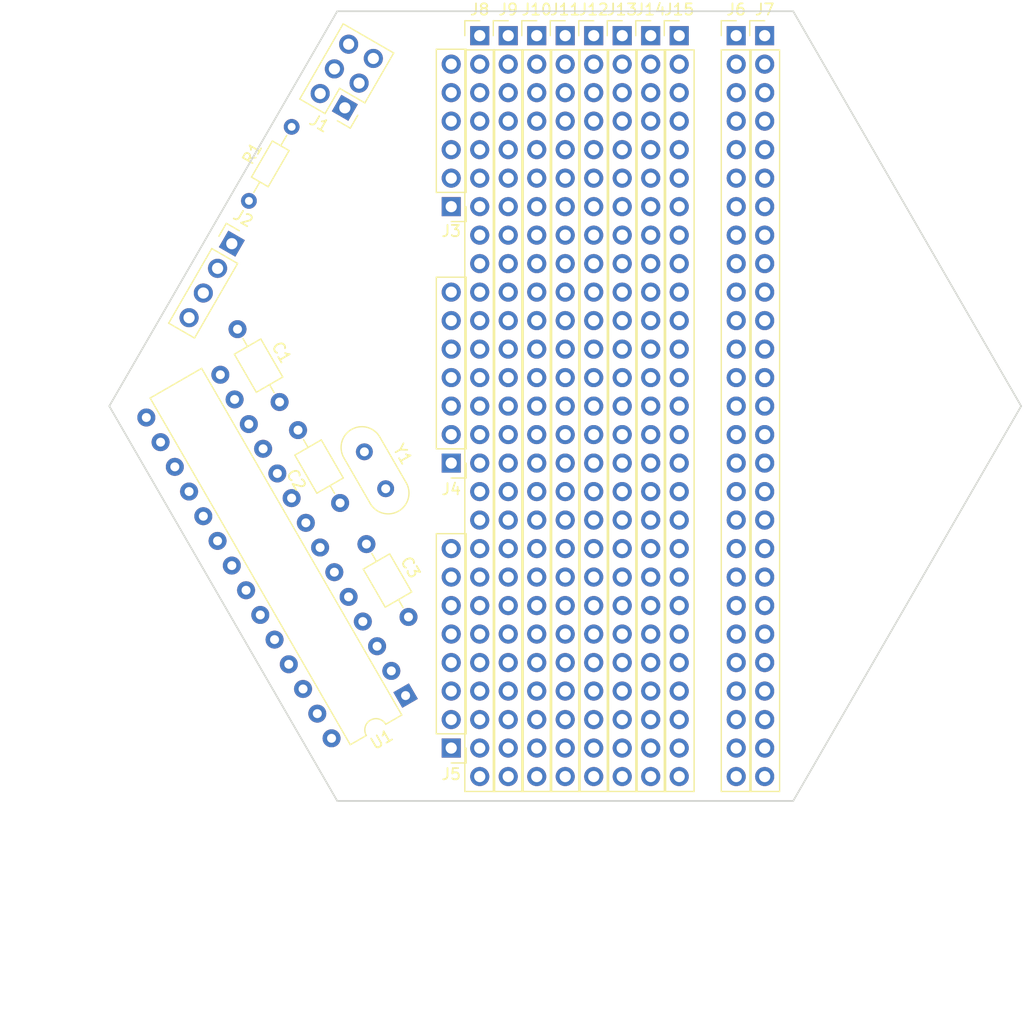
<source format=kicad_pcb>
(kicad_pcb (version 4) (host pcbnew 4.0.7-e2-6376~58~ubuntu14.04.1)

  (general
    (links 259)
    (no_connects 259)
    (area 142.444404 65.275 233.755001 158.655961)
    (thickness 1.6)
    (drawings 8)
    (tracks 0)
    (zones 0)
    (modules 21)
    (nets 80)
  )

  (page A4)
  (layers
    (0 F.Cu signal)
    (31 B.Cu signal)
    (32 B.Adhes user)
    (33 F.Adhes user)
    (34 B.Paste user)
    (35 F.Paste user)
    (36 B.SilkS user)
    (37 F.SilkS user)
    (38 B.Mask user)
    (39 F.Mask user)
    (40 Dwgs.User user)
    (41 Cmts.User user)
    (42 Eco1.User user)
    (43 Eco2.User user)
    (44 Edge.Cuts user)
    (45 Margin user)
    (46 B.CrtYd user)
    (47 F.CrtYd user)
    (48 B.Fab user)
    (49 F.Fab user)
  )

  (setup
    (last_trace_width 0.25)
    (trace_clearance 0.2)
    (zone_clearance 0.508)
    (zone_45_only no)
    (trace_min 0.2)
    (segment_width 0.2)
    (edge_width 0.15)
    (via_size 0.6)
    (via_drill 0.4)
    (via_min_size 0.4)
    (via_min_drill 0.3)
    (uvia_size 0.3)
    (uvia_drill 0.1)
    (uvias_allowed no)
    (uvia_min_size 0.2)
    (uvia_min_drill 0.1)
    (pcb_text_width 0.3)
    (pcb_text_size 1.5 1.5)
    (mod_edge_width 0.15)
    (mod_text_size 1 1)
    (mod_text_width 0.15)
    (pad_size 1.524 1.524)
    (pad_drill 0.762)
    (pad_to_mask_clearance 0.2)
    (aux_axis_origin 0 0)
    (visible_elements FFFFFF7F)
    (pcbplotparams
      (layerselection 0x00030_80000001)
      (usegerberextensions false)
      (excludeedgelayer true)
      (linewidth 0.100000)
      (plotframeref false)
      (viasonmask false)
      (mode 1)
      (useauxorigin false)
      (hpglpennumber 1)
      (hpglpenspeed 20)
      (hpglpendiameter 15)
      (hpglpenoverlay 2)
      (psnegative false)
      (psa4output false)
      (plotreference true)
      (plotvalue true)
      (plotinvisibletext false)
      (padsonsilk false)
      (subtractmaskfromsilk false)
      (outputformat 1)
      (mirror false)
      (drillshape 1)
      (scaleselection 1)
      (outputdirectory ""))
  )

  (net 0 "")
  (net 1 "Net-(C1-Pad1)")
  (net 2 Earth)
  (net 3 "Net-(C2-Pad1)")
  (net 4 "Net-(J1-Pad1)")
  (net 5 "Net-(J1-Pad2)")
  (net 6 "Net-(J1-Pad3)")
  (net 7 "Net-(J1-Pad5)")
  (net 8 "Net-(J2-Pad1)")
  (net 9 "Net-(J2-Pad2)")
  (net 10 "Net-(J3-Pad1)")
  (net 11 "Net-(J3-Pad2)")
  (net 12 "Net-(J3-Pad3)")
  (net 13 "Net-(J4-Pad1)")
  (net 14 "Net-(J4-Pad2)")
  (net 15 "Net-(J4-Pad3)")
  (net 16 "Net-(J4-Pad4)")
  (net 17 "Net-(J5-Pad1)")
  (net 18 "Net-(J5-Pad2)")
  (net 19 "Net-(J5-Pad3)")
  (net 20 "Net-(J5-Pad4)")
  (net 21 "Net-(J5-Pad5)")
  (net 22 "Net-(J5-Pad6)")
  (net 23 "Net-(J5-Pad7)")
  (net 24 "Net-(J5-Pad8)")
  (net 25 "Net-(J10-Pad27)")
  (net 26 "Net-(J10-Pad26)")
  (net 27 "Net-(J10-Pad25)")
  (net 28 "Net-(J10-Pad24)")
  (net 29 "Net-(J10-Pad23)")
  (net 30 "Net-(J10-Pad22)")
  (net 31 "Net-(J10-Pad21)")
  (net 32 "Net-(J10-Pad20)")
  (net 33 "Net-(J10-Pad19)")
  (net 34 "Net-(J10-Pad18)")
  (net 35 "Net-(J10-Pad17)")
  (net 36 "Net-(J10-Pad16)")
  (net 37 "Net-(J10-Pad15)")
  (net 38 "Net-(J10-Pad14)")
  (net 39 "Net-(J10-Pad13)")
  (net 40 "Net-(J10-Pad12)")
  (net 41 "Net-(J10-Pad11)")
  (net 42 "Net-(J10-Pad10)")
  (net 43 "Net-(J10-Pad9)")
  (net 44 "Net-(J10-Pad8)")
  (net 45 "Net-(J10-Pad7)")
  (net 46 "Net-(J10-Pad6)")
  (net 47 "Net-(J10-Pad5)")
  (net 48 "Net-(J10-Pad4)")
  (net 49 "Net-(J10-Pad3)")
  (net 50 "Net-(J10-Pad2)")
  (net 51 "Net-(J10-Pad1)")
  (net 52 "Net-(C3-Pad1)")
  (net 53 "Net-(J12-Pad1)")
  (net 54 "Net-(J12-Pad2)")
  (net 55 "Net-(J12-Pad3)")
  (net 56 "Net-(J12-Pad4)")
  (net 57 "Net-(J12-Pad5)")
  (net 58 "Net-(J12-Pad6)")
  (net 59 "Net-(J12-Pad7)")
  (net 60 "Net-(J12-Pad8)")
  (net 61 "Net-(J12-Pad9)")
  (net 62 "Net-(J12-Pad10)")
  (net 63 "Net-(J12-Pad11)")
  (net 64 "Net-(J12-Pad12)")
  (net 65 "Net-(J12-Pad13)")
  (net 66 "Net-(J12-Pad14)")
  (net 67 "Net-(J12-Pad15)")
  (net 68 "Net-(J12-Pad16)")
  (net 69 "Net-(J12-Pad17)")
  (net 70 "Net-(J12-Pad18)")
  (net 71 "Net-(J12-Pad19)")
  (net 72 "Net-(J12-Pad20)")
  (net 73 "Net-(J12-Pad21)")
  (net 74 "Net-(J12-Pad22)")
  (net 75 "Net-(J12-Pad23)")
  (net 76 "Net-(J12-Pad24)")
  (net 77 "Net-(J12-Pad25)")
  (net 78 "Net-(J12-Pad26)")
  (net 79 "Net-(J12-Pad27)")

  (net_class Default "This is the default net class."
    (clearance 0.2)
    (trace_width 0.25)
    (via_dia 0.6)
    (via_drill 0.4)
    (uvia_dia 0.3)
    (uvia_drill 0.1)
    (add_net Earth)
    (add_net "Net-(C1-Pad1)")
    (add_net "Net-(C2-Pad1)")
    (add_net "Net-(C3-Pad1)")
    (add_net "Net-(J1-Pad1)")
    (add_net "Net-(J1-Pad2)")
    (add_net "Net-(J1-Pad3)")
    (add_net "Net-(J1-Pad5)")
    (add_net "Net-(J10-Pad1)")
    (add_net "Net-(J10-Pad10)")
    (add_net "Net-(J10-Pad11)")
    (add_net "Net-(J10-Pad12)")
    (add_net "Net-(J10-Pad13)")
    (add_net "Net-(J10-Pad14)")
    (add_net "Net-(J10-Pad15)")
    (add_net "Net-(J10-Pad16)")
    (add_net "Net-(J10-Pad17)")
    (add_net "Net-(J10-Pad18)")
    (add_net "Net-(J10-Pad19)")
    (add_net "Net-(J10-Pad2)")
    (add_net "Net-(J10-Pad20)")
    (add_net "Net-(J10-Pad21)")
    (add_net "Net-(J10-Pad22)")
    (add_net "Net-(J10-Pad23)")
    (add_net "Net-(J10-Pad24)")
    (add_net "Net-(J10-Pad25)")
    (add_net "Net-(J10-Pad26)")
    (add_net "Net-(J10-Pad27)")
    (add_net "Net-(J10-Pad3)")
    (add_net "Net-(J10-Pad4)")
    (add_net "Net-(J10-Pad5)")
    (add_net "Net-(J10-Pad6)")
    (add_net "Net-(J10-Pad7)")
    (add_net "Net-(J10-Pad8)")
    (add_net "Net-(J10-Pad9)")
    (add_net "Net-(J12-Pad1)")
    (add_net "Net-(J12-Pad10)")
    (add_net "Net-(J12-Pad11)")
    (add_net "Net-(J12-Pad12)")
    (add_net "Net-(J12-Pad13)")
    (add_net "Net-(J12-Pad14)")
    (add_net "Net-(J12-Pad15)")
    (add_net "Net-(J12-Pad16)")
    (add_net "Net-(J12-Pad17)")
    (add_net "Net-(J12-Pad18)")
    (add_net "Net-(J12-Pad19)")
    (add_net "Net-(J12-Pad2)")
    (add_net "Net-(J12-Pad20)")
    (add_net "Net-(J12-Pad21)")
    (add_net "Net-(J12-Pad22)")
    (add_net "Net-(J12-Pad23)")
    (add_net "Net-(J12-Pad24)")
    (add_net "Net-(J12-Pad25)")
    (add_net "Net-(J12-Pad26)")
    (add_net "Net-(J12-Pad27)")
    (add_net "Net-(J12-Pad3)")
    (add_net "Net-(J12-Pad4)")
    (add_net "Net-(J12-Pad5)")
    (add_net "Net-(J12-Pad6)")
    (add_net "Net-(J12-Pad7)")
    (add_net "Net-(J12-Pad8)")
    (add_net "Net-(J12-Pad9)")
    (add_net "Net-(J2-Pad1)")
    (add_net "Net-(J2-Pad2)")
    (add_net "Net-(J3-Pad1)")
    (add_net "Net-(J3-Pad2)")
    (add_net "Net-(J3-Pad3)")
    (add_net "Net-(J4-Pad1)")
    (add_net "Net-(J4-Pad2)")
    (add_net "Net-(J4-Pad3)")
    (add_net "Net-(J4-Pad4)")
    (add_net "Net-(J5-Pad1)")
    (add_net "Net-(J5-Pad2)")
    (add_net "Net-(J5-Pad3)")
    (add_net "Net-(J5-Pad4)")
    (add_net "Net-(J5-Pad5)")
    (add_net "Net-(J5-Pad6)")
    (add_net "Net-(J5-Pad7)")
    (add_net "Net-(J5-Pad8)")
  )

  (module Capacitors_THT:C_Axial_L3.8mm_D2.6mm_P7.50mm_Horizontal (layer F.Cu) (tedit 597BC7C2) (tstamp 5AB7C90F)
    (at 163.83 94.742 300)
    (descr "C, Axial series, Axial, Horizontal, pin pitch=7.5mm, , length*diameter=3.8*2.6mm^2, http://www.vishay.com/docs/45231/arseries.pdf")
    (tags "C Axial series Axial Horizontal pin pitch 7.5mm  length 3.8mm diameter 2.6mm")
    (path /5AB7C502)
    (fp_text reference C1 (at 3.75 -2.36 300) (layer F.SilkS)
      (effects (font (size 1 1) (thickness 0.15)))
    )
    (fp_text value C (at 3.75 2.36 300) (layer F.Fab)
      (effects (font (size 1 1) (thickness 0.15)))
    )
    (fp_line (start 1.85 -1.3) (end 1.85 1.3) (layer F.Fab) (width 0.1))
    (fp_line (start 1.85 1.3) (end 5.65 1.3) (layer F.Fab) (width 0.1))
    (fp_line (start 5.65 1.3) (end 5.65 -1.3) (layer F.Fab) (width 0.1))
    (fp_line (start 5.65 -1.3) (end 1.85 -1.3) (layer F.Fab) (width 0.1))
    (fp_line (start 0 0) (end 1.85 0) (layer F.Fab) (width 0.1))
    (fp_line (start 7.5 0) (end 5.65 0) (layer F.Fab) (width 0.1))
    (fp_line (start 1.79 -1.36) (end 1.79 1.36) (layer F.SilkS) (width 0.12))
    (fp_line (start 1.79 1.36) (end 5.71 1.36) (layer F.SilkS) (width 0.12))
    (fp_line (start 5.71 1.36) (end 5.71 -1.36) (layer F.SilkS) (width 0.12))
    (fp_line (start 5.71 -1.36) (end 1.79 -1.36) (layer F.SilkS) (width 0.12))
    (fp_line (start 0.98 0) (end 1.79 0) (layer F.SilkS) (width 0.12))
    (fp_line (start 6.52 0) (end 5.71 0) (layer F.SilkS) (width 0.12))
    (fp_line (start -1.05 -1.65) (end -1.05 1.65) (layer F.CrtYd) (width 0.05))
    (fp_line (start -1.05 1.65) (end 8.55 1.65) (layer F.CrtYd) (width 0.05))
    (fp_line (start 8.55 1.65) (end 8.55 -1.65) (layer F.CrtYd) (width 0.05))
    (fp_line (start 8.55 -1.65) (end -1.05 -1.65) (layer F.CrtYd) (width 0.05))
    (fp_text user %R (at 3.75 0 300) (layer F.Fab)
      (effects (font (size 1 1) (thickness 0.15)))
    )
    (pad 1 thru_hole circle (at 0 0 300) (size 1.6 1.6) (drill 0.8) (layers *.Cu *.Mask)
      (net 1 "Net-(C1-Pad1)"))
    (pad 2 thru_hole oval (at 7.5 0 300) (size 1.6 1.6) (drill 0.8) (layers *.Cu *.Mask)
      (net 2 Earth))
    (model ${KISYS3DMOD}/Capacitors_THT.3dshapes/C_Axial_L3.8mm_D2.6mm_P7.50mm_Horizontal.wrl
      (at (xyz 0 0 0))
      (scale (xyz 1 1 1))
      (rotate (xyz 0 0 0))
    )
  )

  (module Capacitors_THT:C_Axial_L3.8mm_D2.6mm_P7.50mm_Horizontal (layer F.Cu) (tedit 597BC7C2) (tstamp 5AB7C915)
    (at 172.974 110.236 120)
    (descr "C, Axial series, Axial, Horizontal, pin pitch=7.5mm, , length*diameter=3.8*2.6mm^2, http://www.vishay.com/docs/45231/arseries.pdf")
    (tags "C Axial series Axial Horizontal pin pitch 7.5mm  length 3.8mm diameter 2.6mm")
    (path /5AB7C551)
    (fp_text reference C2 (at 3.75 -2.36 120) (layer F.SilkS)
      (effects (font (size 1 1) (thickness 0.15)))
    )
    (fp_text value C (at 3.75 2.36 120) (layer F.Fab)
      (effects (font (size 1 1) (thickness 0.15)))
    )
    (fp_line (start 1.85 -1.3) (end 1.85 1.3) (layer F.Fab) (width 0.1))
    (fp_line (start 1.85 1.3) (end 5.65 1.3) (layer F.Fab) (width 0.1))
    (fp_line (start 5.65 1.3) (end 5.65 -1.3) (layer F.Fab) (width 0.1))
    (fp_line (start 5.65 -1.3) (end 1.85 -1.3) (layer F.Fab) (width 0.1))
    (fp_line (start 0 0) (end 1.85 0) (layer F.Fab) (width 0.1))
    (fp_line (start 7.5 0) (end 5.65 0) (layer F.Fab) (width 0.1))
    (fp_line (start 1.79 -1.36) (end 1.79 1.36) (layer F.SilkS) (width 0.12))
    (fp_line (start 1.79 1.36) (end 5.71 1.36) (layer F.SilkS) (width 0.12))
    (fp_line (start 5.71 1.36) (end 5.71 -1.36) (layer F.SilkS) (width 0.12))
    (fp_line (start 5.71 -1.36) (end 1.79 -1.36) (layer F.SilkS) (width 0.12))
    (fp_line (start 0.98 0) (end 1.79 0) (layer F.SilkS) (width 0.12))
    (fp_line (start 6.52 0) (end 5.71 0) (layer F.SilkS) (width 0.12))
    (fp_line (start -1.05 -1.65) (end -1.05 1.65) (layer F.CrtYd) (width 0.05))
    (fp_line (start -1.05 1.65) (end 8.55 1.65) (layer F.CrtYd) (width 0.05))
    (fp_line (start 8.55 1.65) (end 8.55 -1.65) (layer F.CrtYd) (width 0.05))
    (fp_line (start 8.55 -1.65) (end -1.05 -1.65) (layer F.CrtYd) (width 0.05))
    (fp_text user %R (at 3.75 0 120) (layer F.Fab)
      (effects (font (size 1 1) (thickness 0.15)))
    )
    (pad 1 thru_hole circle (at 0 0 120) (size 1.6 1.6) (drill 0.8) (layers *.Cu *.Mask)
      (net 3 "Net-(C2-Pad1)"))
    (pad 2 thru_hole oval (at 7.5 0 120) (size 1.6 1.6) (drill 0.8) (layers *.Cu *.Mask)
      (net 2 Earth))
    (model ${KISYS3DMOD}/Capacitors_THT.3dshapes/C_Axial_L3.8mm_D2.6mm_P7.50mm_Horizontal.wrl
      (at (xyz 0 0 0))
      (scale (xyz 1 1 1))
      (rotate (xyz 0 0 0))
    )
  )

  (module Pin_Headers:Pin_Header_Straight_2x03_Pitch2.54mm (layer F.Cu) (tedit 59650532) (tstamp 5AB7C91F)
    (at 173.395705 75.011409 150)
    (descr "Through hole straight pin header, 2x03, 2.54mm pitch, double rows")
    (tags "Through hole pin header THT 2x03 2.54mm double row")
    (path /5AB7CFAE)
    (fp_text reference J1 (at 1.27 -2.33 150) (layer F.SilkS)
      (effects (font (size 1 1) (thickness 0.15)))
    )
    (fp_text value ISP (at 1.27 7.41 150) (layer F.Fab)
      (effects (font (size 1 1) (thickness 0.15)))
    )
    (fp_line (start 0 -1.27) (end 3.81 -1.27) (layer F.Fab) (width 0.1))
    (fp_line (start 3.81 -1.27) (end 3.81 6.35) (layer F.Fab) (width 0.1))
    (fp_line (start 3.81 6.35) (end -1.27 6.35) (layer F.Fab) (width 0.1))
    (fp_line (start -1.27 6.35) (end -1.27 0) (layer F.Fab) (width 0.1))
    (fp_line (start -1.27 0) (end 0 -1.27) (layer F.Fab) (width 0.1))
    (fp_line (start -1.33 6.41) (end 3.87 6.41) (layer F.SilkS) (width 0.12))
    (fp_line (start -1.33 1.27) (end -1.33 6.41) (layer F.SilkS) (width 0.12))
    (fp_line (start 3.87 -1.33) (end 3.87 6.41) (layer F.SilkS) (width 0.12))
    (fp_line (start -1.33 1.27) (end 1.27 1.27) (layer F.SilkS) (width 0.12))
    (fp_line (start 1.27 1.27) (end 1.27 -1.33) (layer F.SilkS) (width 0.12))
    (fp_line (start 1.27 -1.33) (end 3.87 -1.33) (layer F.SilkS) (width 0.12))
    (fp_line (start -1.33 0) (end -1.33 -1.33) (layer F.SilkS) (width 0.12))
    (fp_line (start -1.33 -1.33) (end 0 -1.33) (layer F.SilkS) (width 0.12))
    (fp_line (start -1.8 -1.8) (end -1.8 6.85) (layer F.CrtYd) (width 0.05))
    (fp_line (start -1.8 6.85) (end 4.35 6.85) (layer F.CrtYd) (width 0.05))
    (fp_line (start 4.35 6.85) (end 4.35 -1.8) (layer F.CrtYd) (width 0.05))
    (fp_line (start 4.35 -1.8) (end -1.8 -1.8) (layer F.CrtYd) (width 0.05))
    (fp_text user %R (at 1.27 2.54 240) (layer F.Fab)
      (effects (font (size 1 1) (thickness 0.15)))
    )
    (pad 1 thru_hole rect (at 0 0 150) (size 1.7 1.7) (drill 1) (layers *.Cu *.Mask)
      (net 4 "Net-(J1-Pad1)"))
    (pad 2 thru_hole oval (at 2.54 0 150) (size 1.7 1.7) (drill 1) (layers *.Cu *.Mask)
      (net 5 "Net-(J1-Pad2)"))
    (pad 3 thru_hole oval (at 0 2.54 150) (size 1.7 1.7) (drill 1) (layers *.Cu *.Mask)
      (net 6 "Net-(J1-Pad3)"))
    (pad 4 thru_hole oval (at 2.54 2.54 150) (size 1.7 1.7) (drill 1) (layers *.Cu *.Mask)
      (net 2 Earth))
    (pad 5 thru_hole oval (at 0 5.08 150) (size 1.7 1.7) (drill 1) (layers *.Cu *.Mask)
      (net 7 "Net-(J1-Pad5)"))
    (pad 6 thru_hole oval (at 2.54 5.08 150) (size 1.7 1.7) (drill 1) (layers *.Cu *.Mask)
      (net 52 "Net-(C3-Pad1)"))
    (model ${KISYS3DMOD}/Pin_Headers.3dshapes/Pin_Header_Straight_2x03_Pitch2.54mm.wrl
      (at (xyz 0 0 0))
      (scale (xyz 1 1 1))
      (rotate (xyz 0 0 0))
    )
  )

  (module Pin_Headers:Pin_Header_Straight_1x04_Pitch2.54mm (layer F.Cu) (tedit 59650532) (tstamp 5AB7C927)
    (at 163.322 87.122 330)
    (descr "Through hole straight pin header, 1x04, 2.54mm pitch, single row")
    (tags "Through hole pin header THT 1x04 2.54mm single row")
    (path /5AB7BCE5)
    (fp_text reference J2 (at -0.263118 -2.487734 330) (layer F.SilkS)
      (effects (font (size 1 1) (thickness 0.15)))
    )
    (fp_text value Power/i2c (at 0 9.95 330) (layer F.Fab)
      (effects (font (size 1 1) (thickness 0.15)))
    )
    (fp_line (start -0.635 -1.27) (end 1.27 -1.27) (layer F.Fab) (width 0.1))
    (fp_line (start 1.27 -1.27) (end 1.27 8.89) (layer F.Fab) (width 0.1))
    (fp_line (start 1.27 8.89) (end -1.27 8.89) (layer F.Fab) (width 0.1))
    (fp_line (start -1.27 8.89) (end -1.27 -0.635) (layer F.Fab) (width 0.1))
    (fp_line (start -1.27 -0.635) (end -0.635 -1.27) (layer F.Fab) (width 0.1))
    (fp_line (start -1.33 8.95) (end 1.33 8.95) (layer F.SilkS) (width 0.12))
    (fp_line (start -1.33 1.27) (end -1.33 8.95) (layer F.SilkS) (width 0.12))
    (fp_line (start 1.33 1.27) (end 1.33 8.95) (layer F.SilkS) (width 0.12))
    (fp_line (start -1.33 1.27) (end 1.33 1.27) (layer F.SilkS) (width 0.12))
    (fp_line (start -1.33 0) (end -1.33 -1.33) (layer F.SilkS) (width 0.12))
    (fp_line (start -1.33 -1.33) (end 0 -1.33) (layer F.SilkS) (width 0.12))
    (fp_line (start -1.8 -1.8) (end -1.8 9.4) (layer F.CrtYd) (width 0.05))
    (fp_line (start -1.8 9.4) (end 1.8 9.4) (layer F.CrtYd) (width 0.05))
    (fp_line (start 1.8 9.4) (end 1.8 -1.8) (layer F.CrtYd) (width 0.05))
    (fp_line (start 1.8 -1.8) (end -1.8 -1.8) (layer F.CrtYd) (width 0.05))
    (fp_text user %R (at 0 3.81 420) (layer F.Fab)
      (effects (font (size 1 1) (thickness 0.15)))
    )
    (pad 1 thru_hole rect (at 0 0 330) (size 1.7 1.7) (drill 1) (layers *.Cu *.Mask)
      (net 8 "Net-(J2-Pad1)"))
    (pad 2 thru_hole oval (at 0 2.54 330) (size 1.7 1.7) (drill 1) (layers *.Cu *.Mask)
      (net 9 "Net-(J2-Pad2)"))
    (pad 3 thru_hole oval (at 0 5.08 330) (size 1.7 1.7) (drill 1) (layers *.Cu *.Mask)
      (net 52 "Net-(C3-Pad1)"))
    (pad 4 thru_hole oval (at 0 7.62 330) (size 1.7 1.7) (drill 1) (layers *.Cu *.Mask)
      (net 2 Earth))
    (model ${KISYS3DMOD}/Pin_Headers.3dshapes/Pin_Header_Straight_1x04_Pitch2.54mm.wrl
      (at (xyz 0 0 0))
      (scale (xyz 1 1 1))
      (rotate (xyz 0 0 0))
    )
  )

  (module Pin_Headers:Pin_Header_Straight_1x06_Pitch2.54mm (layer F.Cu) (tedit 59650532) (tstamp 5AB7C931)
    (at 182.88 83.82 180)
    (descr "Through hole straight pin header, 1x06, 2.54mm pitch, single row")
    (tags "Through hole pin header THT 1x06 2.54mm single row")
    (path /5AB7CA31)
    (fp_text reference J3 (at 0 -2.176 180) (layer F.SilkS)
      (effects (font (size 1 1) (thickness 0.15)))
    )
    (fp_text value "Port B" (at 0 15.03 180) (layer F.Fab)
      (effects (font (size 1 1) (thickness 0.15)))
    )
    (fp_line (start -0.635 -1.27) (end 1.27 -1.27) (layer F.Fab) (width 0.1))
    (fp_line (start 1.27 -1.27) (end 1.27 13.97) (layer F.Fab) (width 0.1))
    (fp_line (start 1.27 13.97) (end -1.27 13.97) (layer F.Fab) (width 0.1))
    (fp_line (start -1.27 13.97) (end -1.27 -0.635) (layer F.Fab) (width 0.1))
    (fp_line (start -1.27 -0.635) (end -0.635 -1.27) (layer F.Fab) (width 0.1))
    (fp_line (start -1.33 14.03) (end 1.33 14.03) (layer F.SilkS) (width 0.12))
    (fp_line (start -1.33 1.27) (end -1.33 14.03) (layer F.SilkS) (width 0.12))
    (fp_line (start 1.33 1.27) (end 1.33 14.03) (layer F.SilkS) (width 0.12))
    (fp_line (start -1.33 1.27) (end 1.33 1.27) (layer F.SilkS) (width 0.12))
    (fp_line (start -1.33 0) (end -1.33 -1.33) (layer F.SilkS) (width 0.12))
    (fp_line (start -1.33 -1.33) (end 0 -1.33) (layer F.SilkS) (width 0.12))
    (fp_line (start -1.8 -1.8) (end -1.8 14.5) (layer F.CrtYd) (width 0.05))
    (fp_line (start -1.8 14.5) (end 1.8 14.5) (layer F.CrtYd) (width 0.05))
    (fp_line (start 1.8 14.5) (end 1.8 -1.8) (layer F.CrtYd) (width 0.05))
    (fp_line (start 1.8 -1.8) (end -1.8 -1.8) (layer F.CrtYd) (width 0.05))
    (fp_text user %R (at 0 6.35 270) (layer F.Fab)
      (effects (font (size 1 1) (thickness 0.15)))
    )
    (pad 1 thru_hole rect (at 0 0 180) (size 1.7 1.7) (drill 1) (layers *.Cu *.Mask)
      (net 10 "Net-(J3-Pad1)"))
    (pad 2 thru_hole oval (at 0 2.54 180) (size 1.7 1.7) (drill 1) (layers *.Cu *.Mask)
      (net 11 "Net-(J3-Pad2)"))
    (pad 3 thru_hole oval (at 0 5.08 180) (size 1.7 1.7) (drill 1) (layers *.Cu *.Mask)
      (net 12 "Net-(J3-Pad3)"))
    (pad 4 thru_hole oval (at 0 7.62 180) (size 1.7 1.7) (drill 1) (layers *.Cu *.Mask)
      (net 7 "Net-(J1-Pad5)"))
    (pad 5 thru_hole oval (at 0 10.16 180) (size 1.7 1.7) (drill 1) (layers *.Cu *.Mask)
      (net 4 "Net-(J1-Pad1)"))
    (pad 6 thru_hole oval (at 0 12.7 180) (size 1.7 1.7) (drill 1) (layers *.Cu *.Mask)
      (net 5 "Net-(J1-Pad2)"))
    (model ${KISYS3DMOD}/Pin_Headers.3dshapes/Pin_Header_Straight_1x06_Pitch2.54mm.wrl
      (at (xyz 0 0 0))
      (scale (xyz 1 1 1))
      (rotate (xyz 0 0 0))
    )
  )

  (module Pin_Headers:Pin_Header_Straight_1x07_Pitch2.54mm (layer F.Cu) (tedit 59650532) (tstamp 5AB7C93C)
    (at 182.88 106.68 180)
    (descr "Through hole straight pin header, 1x07, 2.54mm pitch, single row")
    (tags "Through hole pin header THT 1x07 2.54mm single row")
    (path /5AB7C2DC)
    (fp_text reference J4 (at 0 -2.33 180) (layer F.SilkS)
      (effects (font (size 1 1) (thickness 0.15)))
    )
    (fp_text value "Port C" (at 0 17.526 180) (layer F.Fab)
      (effects (font (size 1 1) (thickness 0.15)))
    )
    (fp_line (start -0.635 -1.27) (end 1.27 -1.27) (layer F.Fab) (width 0.1))
    (fp_line (start 1.27 -1.27) (end 1.27 16.51) (layer F.Fab) (width 0.1))
    (fp_line (start 1.27 16.51) (end -1.27 16.51) (layer F.Fab) (width 0.1))
    (fp_line (start -1.27 16.51) (end -1.27 -0.635) (layer F.Fab) (width 0.1))
    (fp_line (start -1.27 -0.635) (end -0.635 -1.27) (layer F.Fab) (width 0.1))
    (fp_line (start -1.33 16.57) (end 1.33 16.57) (layer F.SilkS) (width 0.12))
    (fp_line (start -1.33 1.27) (end -1.33 16.57) (layer F.SilkS) (width 0.12))
    (fp_line (start 1.33 1.27) (end 1.33 16.57) (layer F.SilkS) (width 0.12))
    (fp_line (start -1.33 1.27) (end 1.33 1.27) (layer F.SilkS) (width 0.12))
    (fp_line (start -1.33 0) (end -1.33 -1.33) (layer F.SilkS) (width 0.12))
    (fp_line (start -1.33 -1.33) (end 0 -1.33) (layer F.SilkS) (width 0.12))
    (fp_line (start -1.8 -1.8) (end -1.8 17.05) (layer F.CrtYd) (width 0.05))
    (fp_line (start -1.8 17.05) (end 1.8 17.05) (layer F.CrtYd) (width 0.05))
    (fp_line (start 1.8 17.05) (end 1.8 -1.8) (layer F.CrtYd) (width 0.05))
    (fp_line (start 1.8 -1.8) (end -1.8 -1.8) (layer F.CrtYd) (width 0.05))
    (fp_text user %R (at 0 7.62 270) (layer F.Fab)
      (effects (font (size 1 1) (thickness 0.15)))
    )
    (pad 1 thru_hole rect (at 0 0 180) (size 1.7 1.7) (drill 1) (layers *.Cu *.Mask)
      (net 13 "Net-(J4-Pad1)"))
    (pad 2 thru_hole oval (at 0 2.54 180) (size 1.7 1.7) (drill 1) (layers *.Cu *.Mask)
      (net 14 "Net-(J4-Pad2)"))
    (pad 3 thru_hole oval (at 0 5.08 180) (size 1.7 1.7) (drill 1) (layers *.Cu *.Mask)
      (net 15 "Net-(J4-Pad3)"))
    (pad 4 thru_hole oval (at 0 7.62 180) (size 1.7 1.7) (drill 1) (layers *.Cu *.Mask)
      (net 16 "Net-(J4-Pad4)"))
    (pad 5 thru_hole oval (at 0 10.16 180) (size 1.7 1.7) (drill 1) (layers *.Cu *.Mask)
      (net 9 "Net-(J2-Pad2)"))
    (pad 6 thru_hole oval (at 0 12.7 180) (size 1.7 1.7) (drill 1) (layers *.Cu *.Mask)
      (net 8 "Net-(J2-Pad1)"))
    (pad 7 thru_hole oval (at 0 15.24 180) (size 1.7 1.7) (drill 1) (layers *.Cu *.Mask)
      (net 6 "Net-(J1-Pad3)"))
    (model ${KISYS3DMOD}/Pin_Headers.3dshapes/Pin_Header_Straight_1x07_Pitch2.54mm.wrl
      (at (xyz 0 0 0))
      (scale (xyz 1 1 1))
      (rotate (xyz 0 0 0))
    )
  )

  (module Pin_Headers:Pin_Header_Straight_1x08_Pitch2.54mm (layer F.Cu) (tedit 59650532) (tstamp 5AB7C948)
    (at 182.88 132.08 180)
    (descr "Through hole straight pin header, 1x08, 2.54mm pitch, single row")
    (tags "Through hole pin header THT 1x08 2.54mm single row")
    (path /5AB7BD68)
    (fp_text reference J5 (at 0 -2.33 180) (layer F.SilkS)
      (effects (font (size 1 1) (thickness 0.15)))
    )
    (fp_text value "Port D" (at 0 20.066 180) (layer F.Fab)
      (effects (font (size 1 1) (thickness 0.15)))
    )
    (fp_line (start -0.635 -1.27) (end 1.27 -1.27) (layer F.Fab) (width 0.1))
    (fp_line (start 1.27 -1.27) (end 1.27 19.05) (layer F.Fab) (width 0.1))
    (fp_line (start 1.27 19.05) (end -1.27 19.05) (layer F.Fab) (width 0.1))
    (fp_line (start -1.27 19.05) (end -1.27 -0.635) (layer F.Fab) (width 0.1))
    (fp_line (start -1.27 -0.635) (end -0.635 -1.27) (layer F.Fab) (width 0.1))
    (fp_line (start -1.33 19.11) (end 1.33 19.11) (layer F.SilkS) (width 0.12))
    (fp_line (start -1.33 1.27) (end -1.33 19.11) (layer F.SilkS) (width 0.12))
    (fp_line (start 1.33 1.27) (end 1.33 19.11) (layer F.SilkS) (width 0.12))
    (fp_line (start -1.33 1.27) (end 1.33 1.27) (layer F.SilkS) (width 0.12))
    (fp_line (start -1.33 0) (end -1.33 -1.33) (layer F.SilkS) (width 0.12))
    (fp_line (start -1.33 -1.33) (end 0 -1.33) (layer F.SilkS) (width 0.12))
    (fp_line (start -1.8 -1.8) (end -1.8 19.55) (layer F.CrtYd) (width 0.05))
    (fp_line (start -1.8 19.55) (end 1.8 19.55) (layer F.CrtYd) (width 0.05))
    (fp_line (start 1.8 19.55) (end 1.8 -1.8) (layer F.CrtYd) (width 0.05))
    (fp_line (start 1.8 -1.8) (end -1.8 -1.8) (layer F.CrtYd) (width 0.05))
    (fp_text user %R (at 0 8.89 270) (layer F.Fab)
      (effects (font (size 1 1) (thickness 0.15)))
    )
    (pad 1 thru_hole rect (at 0 0 180) (size 1.7 1.7) (drill 1) (layers *.Cu *.Mask)
      (net 17 "Net-(J5-Pad1)"))
    (pad 2 thru_hole oval (at 0 2.54 180) (size 1.7 1.7) (drill 1) (layers *.Cu *.Mask)
      (net 18 "Net-(J5-Pad2)"))
    (pad 3 thru_hole oval (at 0 5.08 180) (size 1.7 1.7) (drill 1) (layers *.Cu *.Mask)
      (net 19 "Net-(J5-Pad3)"))
    (pad 4 thru_hole oval (at 0 7.62 180) (size 1.7 1.7) (drill 1) (layers *.Cu *.Mask)
      (net 20 "Net-(J5-Pad4)"))
    (pad 5 thru_hole oval (at 0 10.16 180) (size 1.7 1.7) (drill 1) (layers *.Cu *.Mask)
      (net 21 "Net-(J5-Pad5)"))
    (pad 6 thru_hole oval (at 0 12.7 180) (size 1.7 1.7) (drill 1) (layers *.Cu *.Mask)
      (net 22 "Net-(J5-Pad6)"))
    (pad 7 thru_hole oval (at 0 15.24 180) (size 1.7 1.7) (drill 1) (layers *.Cu *.Mask)
      (net 23 "Net-(J5-Pad7)"))
    (pad 8 thru_hole oval (at 0 17.78 180) (size 1.7 1.7) (drill 1) (layers *.Cu *.Mask)
      (net 24 "Net-(J5-Pad8)"))
    (model ${KISYS3DMOD}/Pin_Headers.3dshapes/Pin_Header_Straight_1x08_Pitch2.54mm.wrl
      (at (xyz 0 0 0))
      (scale (xyz 1 1 1))
      (rotate (xyz 0 0 0))
    )
  )

  (module Resistors_THT:R_Axial_DIN0204_L3.6mm_D1.6mm_P7.62mm_Horizontal (layer F.Cu) (tedit 5874F706) (tstamp 5AB7CA22)
    (at 164.846 83.307114 60)
    (descr "Resistor, Axial_DIN0204 series, Axial, Horizontal, pin pitch=7.62mm, 0.16666666666666666W = 1/6W, length*diameter=3.6*1.6mm^2, http://cdn-reichelt.de/documents/datenblatt/B400/1_4W%23YAG.pdf")
    (tags "Resistor Axial_DIN0204 series Axial Horizontal pin pitch 7.62mm 0.16666666666666666W = 1/6W length 3.6mm diameter 1.6mm")
    (path /5AB7E3BC)
    (fp_text reference R1 (at 3.81 -1.86 60) (layer F.SilkS)
      (effects (font (size 1 1) (thickness 0.15)))
    )
    (fp_text value R (at 3.81 1.86 60) (layer F.Fab)
      (effects (font (size 1 1) (thickness 0.15)))
    )
    (fp_line (start 2.01 -0.8) (end 2.01 0.8) (layer F.Fab) (width 0.1))
    (fp_line (start 2.01 0.8) (end 5.61 0.8) (layer F.Fab) (width 0.1))
    (fp_line (start 5.61 0.8) (end 5.61 -0.8) (layer F.Fab) (width 0.1))
    (fp_line (start 5.61 -0.8) (end 2.01 -0.8) (layer F.Fab) (width 0.1))
    (fp_line (start 0 0) (end 2.01 0) (layer F.Fab) (width 0.1))
    (fp_line (start 7.62 0) (end 5.61 0) (layer F.Fab) (width 0.1))
    (fp_line (start 1.95 -0.86) (end 1.95 0.86) (layer F.SilkS) (width 0.12))
    (fp_line (start 1.95 0.86) (end 5.67 0.86) (layer F.SilkS) (width 0.12))
    (fp_line (start 5.67 0.86) (end 5.67 -0.86) (layer F.SilkS) (width 0.12))
    (fp_line (start 5.67 -0.86) (end 1.95 -0.86) (layer F.SilkS) (width 0.12))
    (fp_line (start 0.88 0) (end 1.95 0) (layer F.SilkS) (width 0.12))
    (fp_line (start 6.74 0) (end 5.67 0) (layer F.SilkS) (width 0.12))
    (fp_line (start -0.95 -1.15) (end -0.95 1.15) (layer F.CrtYd) (width 0.05))
    (fp_line (start -0.95 1.15) (end 8.6 1.15) (layer F.CrtYd) (width 0.05))
    (fp_line (start 8.6 1.15) (end 8.6 -1.15) (layer F.CrtYd) (width 0.05))
    (fp_line (start 8.6 -1.15) (end -0.95 -1.15) (layer F.CrtYd) (width 0.05))
    (pad 1 thru_hole circle (at 0 0 60) (size 1.4 1.4) (drill 0.7) (layers *.Cu *.Mask)
      (net 6 "Net-(J1-Pad3)"))
    (pad 2 thru_hole oval (at 7.62 0 60) (size 1.4 1.4) (drill 0.7) (layers *.Cu *.Mask)
      (net 52 "Net-(C3-Pad1)"))
    (model ${KISYS3DMOD}/Resistors_THT.3dshapes/R_Axial_DIN0204_L3.6mm_D1.6mm_P7.62mm_Horizontal.wrl
      (at (xyz 0 0 0))
      (scale (xyz 0.393701 0.393701 0.393701))
      (rotate (xyz 0 0 0))
    )
  )

  (module Crystals:Crystal_HC52-6mm_Vertical (layer F.Cu) (tedit 58CD2E9C) (tstamp 5AB7CA28)
    (at 175.138 105.675103 300)
    (descr "Crystal THT HC-52/6mm, http://www.kvg-gmbh.de/assets/uploads/files/product_pdfs/XS71xx.pdf")
    (tags "THT crystalHC-49/U")
    (path /5AB7C468)
    (fp_text reference Y1 (at 1.9 -2.85 300) (layer F.SilkS)
      (effects (font (size 1 1) (thickness 0.15)))
    )
    (fp_text value Crystal (at 1.9 2.85 300) (layer F.Fab)
      (effects (font (size 1 1) (thickness 0.15)))
    )
    (fp_text user %R (at 1.9 0 300) (layer F.Fab)
      (effects (font (size 1 1) (thickness 0.15)))
    )
    (fp_line (start -0.45 -1.65) (end 4.25 -1.65) (layer F.Fab) (width 0.1))
    (fp_line (start -0.45 1.65) (end 4.25 1.65) (layer F.Fab) (width 0.1))
    (fp_line (start -0.45 -1.15) (end 4.25 -1.15) (layer F.Fab) (width 0.1))
    (fp_line (start -0.45 1.15) (end 4.25 1.15) (layer F.Fab) (width 0.1))
    (fp_line (start -0.45 -1.85) (end 4.25 -1.85) (layer F.SilkS) (width 0.12))
    (fp_line (start -0.45 1.85) (end 4.25 1.85) (layer F.SilkS) (width 0.12))
    (fp_line (start -2.6 -2.1) (end -2.6 2.1) (layer F.CrtYd) (width 0.05))
    (fp_line (start -2.6 2.1) (end 6.4 2.1) (layer F.CrtYd) (width 0.05))
    (fp_line (start 6.4 2.1) (end 6.4 -2.1) (layer F.CrtYd) (width 0.05))
    (fp_line (start 6.4 -2.1) (end -2.6 -2.1) (layer F.CrtYd) (width 0.05))
    (fp_arc (start -0.45 0) (end -0.45 -1.65) (angle -180) (layer F.Fab) (width 0.1))
    (fp_arc (start 4.25 0) (end 4.25 -1.65) (angle 180) (layer F.Fab) (width 0.1))
    (fp_arc (start -0.45 0) (end -0.45 -1.15) (angle -180) (layer F.Fab) (width 0.1))
    (fp_arc (start 4.25 0) (end 4.25 -1.15) (angle 180) (layer F.Fab) (width 0.1))
    (fp_arc (start -0.45 0) (end -0.45 -1.85) (angle -180) (layer F.SilkS) (width 0.12))
    (fp_arc (start 4.25 0) (end 4.25 -1.85) (angle 180) (layer F.SilkS) (width 0.12))
    (pad 1 thru_hole circle (at 0 0 300) (size 1.5 1.5) (drill 0.8) (layers *.Cu *.Mask)
      (net 1 "Net-(C1-Pad1)"))
    (pad 2 thru_hole circle (at 3.8 0 300) (size 1.5 1.5) (drill 0.8) (layers *.Cu *.Mask)
      (net 3 "Net-(C2-Pad1)"))
    (model ${KISYS3DMOD}/Crystals.3dshapes/Crystal_HC52-6mm_Vertical.wrl
      (at (xyz 0 0 0))
      (scale (xyz 0.393701 0.393701 0.393701))
      (rotate (xyz 0 0 0))
    )
  )

  (module Housings_DIP:DIP-28_W7.62mm (layer F.Cu) (tedit 59C78D6B) (tstamp 5AB7CC0C)
    (at 178.811114 127.402159 210)
    (descr "28-lead though-hole mounted DIP package, row spacing 7.62 mm (300 mils)")
    (tags "THT DIP DIL PDIP 2.54mm 7.62mm 300mil")
    (path /5AB7BC5C)
    (fp_text reference U1 (at 3.81 -2.33 210) (layer F.SilkS)
      (effects (font (size 1 1) (thickness 0.15)))
    )
    (fp_text value ATMEGA328P-PU (at 3.485498 35.618941 210) (layer F.Fab)
      (effects (font (size 1 1) (thickness 0.15)))
    )
    (fp_arc (start 3.81 -1.33) (end 2.81 -1.33) (angle -180) (layer F.SilkS) (width 0.12))
    (fp_line (start 1.635 -1.27) (end 6.985 -1.27) (layer F.Fab) (width 0.1))
    (fp_line (start 6.985 -1.27) (end 6.985 34.29) (layer F.Fab) (width 0.1))
    (fp_line (start 6.985 34.29) (end 0.635 34.29) (layer F.Fab) (width 0.1))
    (fp_line (start 0.635 34.29) (end 0.635 -0.27) (layer F.Fab) (width 0.1))
    (fp_line (start 0.635 -0.27) (end 1.635 -1.27) (layer F.Fab) (width 0.1))
    (fp_line (start 2.81 -1.33) (end 1.16 -1.33) (layer F.SilkS) (width 0.12))
    (fp_line (start 1.16 -1.33) (end 1.16 34.35) (layer F.SilkS) (width 0.12))
    (fp_line (start 1.16 34.35) (end 6.46 34.35) (layer F.SilkS) (width 0.12))
    (fp_line (start 6.46 34.35) (end 6.46 -1.33) (layer F.SilkS) (width 0.12))
    (fp_line (start 6.46 -1.33) (end 4.81 -1.33) (layer F.SilkS) (width 0.12))
    (fp_line (start -1.1 -1.55) (end -1.1 34.55) (layer F.CrtYd) (width 0.05))
    (fp_line (start -1.1 34.55) (end 8.7 34.55) (layer F.CrtYd) (width 0.05))
    (fp_line (start 8.7 34.55) (end 8.7 -1.55) (layer F.CrtYd) (width 0.05))
    (fp_line (start 8.7 -1.55) (end -1.1 -1.55) (layer F.CrtYd) (width 0.05))
    (fp_text user %R (at 3.81 16.51 210) (layer F.Fab)
      (effects (font (size 1 1) (thickness 0.15)))
    )
    (pad 1 thru_hole rect (at 0 0 210) (size 1.6 1.6) (drill 0.8) (layers *.Cu *.Mask)
      (net 6 "Net-(J1-Pad3)"))
    (pad 15 thru_hole oval (at 7.62 33.02 210) (size 1.6 1.6) (drill 0.8) (layers *.Cu *.Mask)
      (net 11 "Net-(J3-Pad2)"))
    (pad 2 thru_hole oval (at 0 2.54 210) (size 1.6 1.6) (drill 0.8) (layers *.Cu *.Mask)
      (net 17 "Net-(J5-Pad1)"))
    (pad 16 thru_hole oval (at 7.62 30.48 210) (size 1.6 1.6) (drill 0.8) (layers *.Cu *.Mask)
      (net 12 "Net-(J3-Pad3)"))
    (pad 3 thru_hole oval (at 0 5.08 210) (size 1.6 1.6) (drill 0.8) (layers *.Cu *.Mask)
      (net 18 "Net-(J5-Pad2)"))
    (pad 17 thru_hole oval (at 7.62 27.94 210) (size 1.6 1.6) (drill 0.8) (layers *.Cu *.Mask)
      (net 7 "Net-(J1-Pad5)"))
    (pad 4 thru_hole oval (at 0 7.62 210) (size 1.6 1.6) (drill 0.8) (layers *.Cu *.Mask)
      (net 19 "Net-(J5-Pad3)"))
    (pad 18 thru_hole oval (at 7.62 25.4 210) (size 1.6 1.6) (drill 0.8) (layers *.Cu *.Mask)
      (net 4 "Net-(J1-Pad1)"))
    (pad 5 thru_hole oval (at 0 10.16 210) (size 1.6 1.6) (drill 0.8) (layers *.Cu *.Mask)
      (net 20 "Net-(J5-Pad4)"))
    (pad 19 thru_hole oval (at 7.62 22.86 210) (size 1.6 1.6) (drill 0.8) (layers *.Cu *.Mask)
      (net 5 "Net-(J1-Pad2)"))
    (pad 6 thru_hole oval (at 0 12.7 210) (size 1.6 1.6) (drill 0.8) (layers *.Cu *.Mask)
      (net 21 "Net-(J5-Pad5)"))
    (pad 20 thru_hole oval (at 7.62 20.32 210) (size 1.6 1.6) (drill 0.8) (layers *.Cu *.Mask)
      (net 52 "Net-(C3-Pad1)"))
    (pad 7 thru_hole oval (at 0 15.24 210) (size 1.6 1.6) (drill 0.8) (layers *.Cu *.Mask)
      (net 52 "Net-(C3-Pad1)"))
    (pad 21 thru_hole oval (at 7.62 17.78 210) (size 1.6 1.6) (drill 0.8) (layers *.Cu *.Mask))
    (pad 8 thru_hole oval (at 0 17.78 210) (size 1.6 1.6) (drill 0.8) (layers *.Cu *.Mask)
      (net 2 Earth))
    (pad 22 thru_hole oval (at 7.62 15.24 210) (size 1.6 1.6) (drill 0.8) (layers *.Cu *.Mask)
      (net 2 Earth))
    (pad 9 thru_hole oval (at 0 20.32 210) (size 1.6 1.6) (drill 0.8) (layers *.Cu *.Mask)
      (net 3 "Net-(C2-Pad1)"))
    (pad 23 thru_hole oval (at 7.62 12.7 210) (size 1.6 1.6) (drill 0.8) (layers *.Cu *.Mask)
      (net 13 "Net-(J4-Pad1)"))
    (pad 10 thru_hole oval (at 0 22.86 210) (size 1.6 1.6) (drill 0.8) (layers *.Cu *.Mask)
      (net 1 "Net-(C1-Pad1)"))
    (pad 24 thru_hole oval (at 7.62 10.16 210) (size 1.6 1.6) (drill 0.8) (layers *.Cu *.Mask)
      (net 14 "Net-(J4-Pad2)"))
    (pad 11 thru_hole oval (at 0 25.4 210) (size 1.6 1.6) (drill 0.8) (layers *.Cu *.Mask)
      (net 22 "Net-(J5-Pad6)"))
    (pad 25 thru_hole oval (at 7.62 7.62 210) (size 1.6 1.6) (drill 0.8) (layers *.Cu *.Mask)
      (net 15 "Net-(J4-Pad3)"))
    (pad 12 thru_hole oval (at 0 27.94 210) (size 1.6 1.6) (drill 0.8) (layers *.Cu *.Mask)
      (net 23 "Net-(J5-Pad7)"))
    (pad 26 thru_hole oval (at 7.62 5.08 210) (size 1.6 1.6) (drill 0.8) (layers *.Cu *.Mask)
      (net 16 "Net-(J4-Pad4)"))
    (pad 13 thru_hole oval (at 0 30.48 210) (size 1.6 1.6) (drill 0.8) (layers *.Cu *.Mask)
      (net 24 "Net-(J5-Pad8)"))
    (pad 27 thru_hole oval (at 7.62 2.54 210) (size 1.6 1.6) (drill 0.8) (layers *.Cu *.Mask)
      (net 9 "Net-(J2-Pad2)"))
    (pad 14 thru_hole oval (at 0 33.02 210) (size 1.6 1.6) (drill 0.8) (layers *.Cu *.Mask)
      (net 10 "Net-(J3-Pad1)"))
    (pad 28 thru_hole oval (at 7.62 0 210) (size 1.6 1.6) (drill 0.8) (layers *.Cu *.Mask)
      (net 8 "Net-(J2-Pad1)"))
    (model ${KISYS3DMOD}/Housings_DIP.3dshapes/DIP-28_W7.62mm.wrl
      (at (xyz 0 0 0))
      (scale (xyz 1 1 1))
      (rotate (xyz 0 0 0))
    )
  )

  (module Capacitors_THT:C_Axial_L3.8mm_D2.6mm_P7.50mm_Horizontal (layer F.Cu) (tedit 597BC7C2) (tstamp 5AB7CE94)
    (at 175.32 113.900809 300)
    (descr "C, Axial series, Axial, Horizontal, pin pitch=7.5mm, , length*diameter=3.8*2.6mm^2, http://www.vishay.com/docs/45231/arseries.pdf")
    (tags "C Axial series Axial Horizontal pin pitch 7.5mm  length 3.8mm diameter 2.6mm")
    (path /5AB7F8F6)
    (fp_text reference C3 (at 3.75 -2.36 300) (layer F.SilkS)
      (effects (font (size 1 1) (thickness 0.15)))
    )
    (fp_text value C (at 3.75 2.36 300) (layer F.Fab)
      (effects (font (size 1 1) (thickness 0.15)))
    )
    (fp_line (start 1.85 -1.3) (end 1.85 1.3) (layer F.Fab) (width 0.1))
    (fp_line (start 1.85 1.3) (end 5.65 1.3) (layer F.Fab) (width 0.1))
    (fp_line (start 5.65 1.3) (end 5.65 -1.3) (layer F.Fab) (width 0.1))
    (fp_line (start 5.65 -1.3) (end 1.85 -1.3) (layer F.Fab) (width 0.1))
    (fp_line (start 0 0) (end 1.85 0) (layer F.Fab) (width 0.1))
    (fp_line (start 7.5 0) (end 5.65 0) (layer F.Fab) (width 0.1))
    (fp_line (start 1.79 -1.36) (end 1.79 1.36) (layer F.SilkS) (width 0.12))
    (fp_line (start 1.79 1.36) (end 5.71 1.36) (layer F.SilkS) (width 0.12))
    (fp_line (start 5.71 1.36) (end 5.71 -1.36) (layer F.SilkS) (width 0.12))
    (fp_line (start 5.71 -1.36) (end 1.79 -1.36) (layer F.SilkS) (width 0.12))
    (fp_line (start 0.98 0) (end 1.79 0) (layer F.SilkS) (width 0.12))
    (fp_line (start 6.52 0) (end 5.71 0) (layer F.SilkS) (width 0.12))
    (fp_line (start -1.05 -1.65) (end -1.05 1.65) (layer F.CrtYd) (width 0.05))
    (fp_line (start -1.05 1.65) (end 8.55 1.65) (layer F.CrtYd) (width 0.05))
    (fp_line (start 8.55 1.65) (end 8.55 -1.65) (layer F.CrtYd) (width 0.05))
    (fp_line (start 8.55 -1.65) (end -1.05 -1.65) (layer F.CrtYd) (width 0.05))
    (fp_text user %R (at 3.75 0 300) (layer F.Fab)
      (effects (font (size 1 1) (thickness 0.15)))
    )
    (pad 1 thru_hole circle (at 0 0 300) (size 1.6 1.6) (drill 0.8) (layers *.Cu *.Mask)
      (net 52 "Net-(C3-Pad1)"))
    (pad 2 thru_hole oval (at 7.5 0 300) (size 1.6 1.6) (drill 0.8) (layers *.Cu *.Mask)
      (net 2 Earth))
    (model ${KISYS3DMOD}/Capacitors_THT.3dshapes/C_Axial_L3.8mm_D2.6mm_P7.50mm_Horizontal.wrl
      (at (xyz 0 0 0))
      (scale (xyz 1 1 1))
      (rotate (xyz 0 0 0))
    )
  )

  (module Pin_Headers:Pin_Header_Straight_1x27_Pitch2.54mm (layer F.Cu) (tedit 59650532) (tstamp 5AB7E628)
    (at 208.28 68.58)
    (descr "Through hole straight pin header, 1x27, 2.54mm pitch, single row")
    (tags "Through hole pin header THT 1x27 2.54mm single row")
    (path /5AB80BED)
    (fp_text reference J6 (at 0 -2.33) (layer F.SilkS)
      (effects (font (size 1 1) (thickness 0.15)))
    )
    (fp_text value Conn_01x27 (at 0 68.37) (layer F.Fab)
      (effects (font (size 1 1) (thickness 0.15)))
    )
    (fp_line (start -0.635 -1.27) (end 1.27 -1.27) (layer F.Fab) (width 0.1))
    (fp_line (start 1.27 -1.27) (end 1.27 67.31) (layer F.Fab) (width 0.1))
    (fp_line (start 1.27 67.31) (end -1.27 67.31) (layer F.Fab) (width 0.1))
    (fp_line (start -1.27 67.31) (end -1.27 -0.635) (layer F.Fab) (width 0.1))
    (fp_line (start -1.27 -0.635) (end -0.635 -1.27) (layer F.Fab) (width 0.1))
    (fp_line (start -1.33 67.37) (end 1.33 67.37) (layer F.SilkS) (width 0.12))
    (fp_line (start -1.33 1.27) (end -1.33 67.37) (layer F.SilkS) (width 0.12))
    (fp_line (start 1.33 1.27) (end 1.33 67.37) (layer F.SilkS) (width 0.12))
    (fp_line (start -1.33 1.27) (end 1.33 1.27) (layer F.SilkS) (width 0.12))
    (fp_line (start -1.33 0) (end -1.33 -1.33) (layer F.SilkS) (width 0.12))
    (fp_line (start -1.33 -1.33) (end 0 -1.33) (layer F.SilkS) (width 0.12))
    (fp_line (start -1.8 -1.8) (end -1.8 67.85) (layer F.CrtYd) (width 0.05))
    (fp_line (start -1.8 67.85) (end 1.8 67.85) (layer F.CrtYd) (width 0.05))
    (fp_line (start 1.8 67.85) (end 1.8 -1.8) (layer F.CrtYd) (width 0.05))
    (fp_line (start 1.8 -1.8) (end -1.8 -1.8) (layer F.CrtYd) (width 0.05))
    (fp_text user %R (at 0 33.02 90) (layer F.Fab)
      (effects (font (size 1 1) (thickness 0.15)))
    )
    (pad 1 thru_hole rect (at 0 0) (size 1.7 1.7) (drill 1) (layers *.Cu *.Mask)
      (net 52 "Net-(C3-Pad1)"))
    (pad 2 thru_hole oval (at 0 2.54) (size 1.7 1.7) (drill 1) (layers *.Cu *.Mask)
      (net 52 "Net-(C3-Pad1)"))
    (pad 3 thru_hole oval (at 0 5.08) (size 1.7 1.7) (drill 1) (layers *.Cu *.Mask)
      (net 52 "Net-(C3-Pad1)"))
    (pad 4 thru_hole oval (at 0 7.62) (size 1.7 1.7) (drill 1) (layers *.Cu *.Mask)
      (net 52 "Net-(C3-Pad1)"))
    (pad 5 thru_hole oval (at 0 10.16) (size 1.7 1.7) (drill 1) (layers *.Cu *.Mask)
      (net 52 "Net-(C3-Pad1)"))
    (pad 6 thru_hole oval (at 0 12.7) (size 1.7 1.7) (drill 1) (layers *.Cu *.Mask)
      (net 52 "Net-(C3-Pad1)"))
    (pad 7 thru_hole oval (at 0 15.24) (size 1.7 1.7) (drill 1) (layers *.Cu *.Mask)
      (net 52 "Net-(C3-Pad1)"))
    (pad 8 thru_hole oval (at 0 17.78) (size 1.7 1.7) (drill 1) (layers *.Cu *.Mask)
      (net 52 "Net-(C3-Pad1)"))
    (pad 9 thru_hole oval (at 0 20.32) (size 1.7 1.7) (drill 1) (layers *.Cu *.Mask)
      (net 52 "Net-(C3-Pad1)"))
    (pad 10 thru_hole oval (at 0 22.86) (size 1.7 1.7) (drill 1) (layers *.Cu *.Mask)
      (net 52 "Net-(C3-Pad1)"))
    (pad 11 thru_hole oval (at 0 25.4) (size 1.7 1.7) (drill 1) (layers *.Cu *.Mask)
      (net 52 "Net-(C3-Pad1)"))
    (pad 12 thru_hole oval (at 0 27.94) (size 1.7 1.7) (drill 1) (layers *.Cu *.Mask)
      (net 52 "Net-(C3-Pad1)"))
    (pad 13 thru_hole oval (at 0 30.48) (size 1.7 1.7) (drill 1) (layers *.Cu *.Mask)
      (net 52 "Net-(C3-Pad1)"))
    (pad 14 thru_hole oval (at 0 33.02) (size 1.7 1.7) (drill 1) (layers *.Cu *.Mask)
      (net 52 "Net-(C3-Pad1)"))
    (pad 15 thru_hole oval (at 0 35.56) (size 1.7 1.7) (drill 1) (layers *.Cu *.Mask)
      (net 52 "Net-(C3-Pad1)"))
    (pad 16 thru_hole oval (at 0 38.1) (size 1.7 1.7) (drill 1) (layers *.Cu *.Mask)
      (net 52 "Net-(C3-Pad1)"))
    (pad 17 thru_hole oval (at 0 40.64) (size 1.7 1.7) (drill 1) (layers *.Cu *.Mask)
      (net 52 "Net-(C3-Pad1)"))
    (pad 18 thru_hole oval (at 0 43.18) (size 1.7 1.7) (drill 1) (layers *.Cu *.Mask)
      (net 52 "Net-(C3-Pad1)"))
    (pad 19 thru_hole oval (at 0 45.72) (size 1.7 1.7) (drill 1) (layers *.Cu *.Mask)
      (net 52 "Net-(C3-Pad1)"))
    (pad 20 thru_hole oval (at 0 48.26) (size 1.7 1.7) (drill 1) (layers *.Cu *.Mask)
      (net 52 "Net-(C3-Pad1)"))
    (pad 21 thru_hole oval (at 0 50.8) (size 1.7 1.7) (drill 1) (layers *.Cu *.Mask)
      (net 52 "Net-(C3-Pad1)"))
    (pad 22 thru_hole oval (at 0 53.34) (size 1.7 1.7) (drill 1) (layers *.Cu *.Mask)
      (net 52 "Net-(C3-Pad1)"))
    (pad 23 thru_hole oval (at 0 55.88) (size 1.7 1.7) (drill 1) (layers *.Cu *.Mask)
      (net 52 "Net-(C3-Pad1)"))
    (pad 24 thru_hole oval (at 0 58.42) (size 1.7 1.7) (drill 1) (layers *.Cu *.Mask)
      (net 52 "Net-(C3-Pad1)"))
    (pad 25 thru_hole oval (at 0 60.96) (size 1.7 1.7) (drill 1) (layers *.Cu *.Mask)
      (net 52 "Net-(C3-Pad1)"))
    (pad 26 thru_hole oval (at 0 63.5) (size 1.7 1.7) (drill 1) (layers *.Cu *.Mask)
      (net 52 "Net-(C3-Pad1)"))
    (pad 27 thru_hole oval (at 0 66.04) (size 1.7 1.7) (drill 1) (layers *.Cu *.Mask)
      (net 52 "Net-(C3-Pad1)"))
    (model ${KISYS3DMOD}/Pin_Headers.3dshapes/Pin_Header_Straight_1x27_Pitch2.54mm.wrl
      (at (xyz 0 0 0))
      (scale (xyz 1 1 1))
      (rotate (xyz 0 0 0))
    )
  )

  (module Pin_Headers:Pin_Header_Straight_1x27_Pitch2.54mm (layer F.Cu) (tedit 59650532) (tstamp 5AB7E646)
    (at 210.82 68.58)
    (descr "Through hole straight pin header, 1x27, 2.54mm pitch, single row")
    (tags "Through hole pin header THT 1x27 2.54mm single row")
    (path /5AB80C8E)
    (fp_text reference J7 (at 0 -2.33) (layer F.SilkS)
      (effects (font (size 1 1) (thickness 0.15)))
    )
    (fp_text value Conn_01x27 (at 0 68.37) (layer F.Fab)
      (effects (font (size 1 1) (thickness 0.15)))
    )
    (fp_line (start -0.635 -1.27) (end 1.27 -1.27) (layer F.Fab) (width 0.1))
    (fp_line (start 1.27 -1.27) (end 1.27 67.31) (layer F.Fab) (width 0.1))
    (fp_line (start 1.27 67.31) (end -1.27 67.31) (layer F.Fab) (width 0.1))
    (fp_line (start -1.27 67.31) (end -1.27 -0.635) (layer F.Fab) (width 0.1))
    (fp_line (start -1.27 -0.635) (end -0.635 -1.27) (layer F.Fab) (width 0.1))
    (fp_line (start -1.33 67.37) (end 1.33 67.37) (layer F.SilkS) (width 0.12))
    (fp_line (start -1.33 1.27) (end -1.33 67.37) (layer F.SilkS) (width 0.12))
    (fp_line (start 1.33 1.27) (end 1.33 67.37) (layer F.SilkS) (width 0.12))
    (fp_line (start -1.33 1.27) (end 1.33 1.27) (layer F.SilkS) (width 0.12))
    (fp_line (start -1.33 0) (end -1.33 -1.33) (layer F.SilkS) (width 0.12))
    (fp_line (start -1.33 -1.33) (end 0 -1.33) (layer F.SilkS) (width 0.12))
    (fp_line (start -1.8 -1.8) (end -1.8 67.85) (layer F.CrtYd) (width 0.05))
    (fp_line (start -1.8 67.85) (end 1.8 67.85) (layer F.CrtYd) (width 0.05))
    (fp_line (start 1.8 67.85) (end 1.8 -1.8) (layer F.CrtYd) (width 0.05))
    (fp_line (start 1.8 -1.8) (end -1.8 -1.8) (layer F.CrtYd) (width 0.05))
    (fp_text user %R (at 0 33.02 90) (layer F.Fab)
      (effects (font (size 1 1) (thickness 0.15)))
    )
    (pad 1 thru_hole rect (at 0 0) (size 1.7 1.7) (drill 1) (layers *.Cu *.Mask)
      (net 2 Earth))
    (pad 2 thru_hole oval (at 0 2.54) (size 1.7 1.7) (drill 1) (layers *.Cu *.Mask)
      (net 2 Earth))
    (pad 3 thru_hole oval (at 0 5.08) (size 1.7 1.7) (drill 1) (layers *.Cu *.Mask)
      (net 2 Earth))
    (pad 4 thru_hole oval (at 0 7.62) (size 1.7 1.7) (drill 1) (layers *.Cu *.Mask)
      (net 2 Earth))
    (pad 5 thru_hole oval (at 0 10.16) (size 1.7 1.7) (drill 1) (layers *.Cu *.Mask)
      (net 2 Earth))
    (pad 6 thru_hole oval (at 0 12.7) (size 1.7 1.7) (drill 1) (layers *.Cu *.Mask)
      (net 2 Earth))
    (pad 7 thru_hole oval (at 0 15.24) (size 1.7 1.7) (drill 1) (layers *.Cu *.Mask)
      (net 2 Earth))
    (pad 8 thru_hole oval (at 0 17.78) (size 1.7 1.7) (drill 1) (layers *.Cu *.Mask)
      (net 2 Earth))
    (pad 9 thru_hole oval (at 0 20.32) (size 1.7 1.7) (drill 1) (layers *.Cu *.Mask)
      (net 2 Earth))
    (pad 10 thru_hole oval (at 0 22.86) (size 1.7 1.7) (drill 1) (layers *.Cu *.Mask)
      (net 2 Earth))
    (pad 11 thru_hole oval (at 0 25.4) (size 1.7 1.7) (drill 1) (layers *.Cu *.Mask)
      (net 2 Earth))
    (pad 12 thru_hole oval (at 0 27.94) (size 1.7 1.7) (drill 1) (layers *.Cu *.Mask)
      (net 2 Earth))
    (pad 13 thru_hole oval (at 0 30.48) (size 1.7 1.7) (drill 1) (layers *.Cu *.Mask)
      (net 2 Earth))
    (pad 14 thru_hole oval (at 0 33.02) (size 1.7 1.7) (drill 1) (layers *.Cu *.Mask)
      (net 2 Earth))
    (pad 15 thru_hole oval (at 0 35.56) (size 1.7 1.7) (drill 1) (layers *.Cu *.Mask)
      (net 2 Earth))
    (pad 16 thru_hole oval (at 0 38.1) (size 1.7 1.7) (drill 1) (layers *.Cu *.Mask)
      (net 2 Earth))
    (pad 17 thru_hole oval (at 0 40.64) (size 1.7 1.7) (drill 1) (layers *.Cu *.Mask)
      (net 2 Earth))
    (pad 18 thru_hole oval (at 0 43.18) (size 1.7 1.7) (drill 1) (layers *.Cu *.Mask)
      (net 2 Earth))
    (pad 19 thru_hole oval (at 0 45.72) (size 1.7 1.7) (drill 1) (layers *.Cu *.Mask)
      (net 2 Earth))
    (pad 20 thru_hole oval (at 0 48.26) (size 1.7 1.7) (drill 1) (layers *.Cu *.Mask)
      (net 2 Earth))
    (pad 21 thru_hole oval (at 0 50.8) (size 1.7 1.7) (drill 1) (layers *.Cu *.Mask)
      (net 2 Earth))
    (pad 22 thru_hole oval (at 0 53.34) (size 1.7 1.7) (drill 1) (layers *.Cu *.Mask)
      (net 2 Earth))
    (pad 23 thru_hole oval (at 0 55.88) (size 1.7 1.7) (drill 1) (layers *.Cu *.Mask)
      (net 2 Earth))
    (pad 24 thru_hole oval (at 0 58.42) (size 1.7 1.7) (drill 1) (layers *.Cu *.Mask)
      (net 2 Earth))
    (pad 25 thru_hole oval (at 0 60.96) (size 1.7 1.7) (drill 1) (layers *.Cu *.Mask)
      (net 2 Earth))
    (pad 26 thru_hole oval (at 0 63.5) (size 1.7 1.7) (drill 1) (layers *.Cu *.Mask)
      (net 2 Earth))
    (pad 27 thru_hole oval (at 0 66.04) (size 1.7 1.7) (drill 1) (layers *.Cu *.Mask)
      (net 2 Earth))
    (model ${KISYS3DMOD}/Pin_Headers.3dshapes/Pin_Header_Straight_1x27_Pitch2.54mm.wrl
      (at (xyz 0 0 0))
      (scale (xyz 1 1 1))
      (rotate (xyz 0 0 0))
    )
  )

  (module Pin_Headers:Pin_Header_Straight_1x27_Pitch2.54mm (layer F.Cu) (tedit 59650532) (tstamp 5AB7E89E)
    (at 185.42 68.58)
    (descr "Through hole straight pin header, 1x27, 2.54mm pitch, single row")
    (tags "Through hole pin header THT 1x27 2.54mm single row")
    (path /5AB80DB5)
    (fp_text reference J8 (at 0 -2.33) (layer F.SilkS)
      (effects (font (size 1 1) (thickness 0.15)))
    )
    (fp_text value Conn_01x27 (at 0 68.37) (layer F.Fab)
      (effects (font (size 1 1) (thickness 0.15)))
    )
    (fp_line (start -0.635 -1.27) (end 1.27 -1.27) (layer F.Fab) (width 0.1))
    (fp_line (start 1.27 -1.27) (end 1.27 67.31) (layer F.Fab) (width 0.1))
    (fp_line (start 1.27 67.31) (end -1.27 67.31) (layer F.Fab) (width 0.1))
    (fp_line (start -1.27 67.31) (end -1.27 -0.635) (layer F.Fab) (width 0.1))
    (fp_line (start -1.27 -0.635) (end -0.635 -1.27) (layer F.Fab) (width 0.1))
    (fp_line (start -1.33 67.37) (end 1.33 67.37) (layer F.SilkS) (width 0.12))
    (fp_line (start -1.33 1.27) (end -1.33 67.37) (layer F.SilkS) (width 0.12))
    (fp_line (start 1.33 1.27) (end 1.33 67.37) (layer F.SilkS) (width 0.12))
    (fp_line (start -1.33 1.27) (end 1.33 1.27) (layer F.SilkS) (width 0.12))
    (fp_line (start -1.33 0) (end -1.33 -1.33) (layer F.SilkS) (width 0.12))
    (fp_line (start -1.33 -1.33) (end 0 -1.33) (layer F.SilkS) (width 0.12))
    (fp_line (start -1.8 -1.8) (end -1.8 67.85) (layer F.CrtYd) (width 0.05))
    (fp_line (start -1.8 67.85) (end 1.8 67.85) (layer F.CrtYd) (width 0.05))
    (fp_line (start 1.8 67.85) (end 1.8 -1.8) (layer F.CrtYd) (width 0.05))
    (fp_line (start 1.8 -1.8) (end -1.8 -1.8) (layer F.CrtYd) (width 0.05))
    (fp_text user %R (at 0 33.02 90) (layer F.Fab)
      (effects (font (size 1 1) (thickness 0.15)))
    )
    (pad 1 thru_hole rect (at 0 0) (size 1.7 1.7) (drill 1) (layers *.Cu *.Mask)
      (net 51 "Net-(J10-Pad1)"))
    (pad 2 thru_hole oval (at 0 2.54) (size 1.7 1.7) (drill 1) (layers *.Cu *.Mask)
      (net 50 "Net-(J10-Pad2)"))
    (pad 3 thru_hole oval (at 0 5.08) (size 1.7 1.7) (drill 1) (layers *.Cu *.Mask)
      (net 49 "Net-(J10-Pad3)"))
    (pad 4 thru_hole oval (at 0 7.62) (size 1.7 1.7) (drill 1) (layers *.Cu *.Mask)
      (net 48 "Net-(J10-Pad4)"))
    (pad 5 thru_hole oval (at 0 10.16) (size 1.7 1.7) (drill 1) (layers *.Cu *.Mask)
      (net 47 "Net-(J10-Pad5)"))
    (pad 6 thru_hole oval (at 0 12.7) (size 1.7 1.7) (drill 1) (layers *.Cu *.Mask)
      (net 46 "Net-(J10-Pad6)"))
    (pad 7 thru_hole oval (at 0 15.24) (size 1.7 1.7) (drill 1) (layers *.Cu *.Mask)
      (net 45 "Net-(J10-Pad7)"))
    (pad 8 thru_hole oval (at 0 17.78) (size 1.7 1.7) (drill 1) (layers *.Cu *.Mask)
      (net 44 "Net-(J10-Pad8)"))
    (pad 9 thru_hole oval (at 0 20.32) (size 1.7 1.7) (drill 1) (layers *.Cu *.Mask)
      (net 43 "Net-(J10-Pad9)"))
    (pad 10 thru_hole oval (at 0 22.86) (size 1.7 1.7) (drill 1) (layers *.Cu *.Mask)
      (net 42 "Net-(J10-Pad10)"))
    (pad 11 thru_hole oval (at 0 25.4) (size 1.7 1.7) (drill 1) (layers *.Cu *.Mask)
      (net 41 "Net-(J10-Pad11)"))
    (pad 12 thru_hole oval (at 0 27.94) (size 1.7 1.7) (drill 1) (layers *.Cu *.Mask)
      (net 40 "Net-(J10-Pad12)"))
    (pad 13 thru_hole oval (at 0 30.48) (size 1.7 1.7) (drill 1) (layers *.Cu *.Mask)
      (net 39 "Net-(J10-Pad13)"))
    (pad 14 thru_hole oval (at 0 33.02) (size 1.7 1.7) (drill 1) (layers *.Cu *.Mask)
      (net 38 "Net-(J10-Pad14)"))
    (pad 15 thru_hole oval (at 0 35.56) (size 1.7 1.7) (drill 1) (layers *.Cu *.Mask)
      (net 37 "Net-(J10-Pad15)"))
    (pad 16 thru_hole oval (at 0 38.1) (size 1.7 1.7) (drill 1) (layers *.Cu *.Mask)
      (net 36 "Net-(J10-Pad16)"))
    (pad 17 thru_hole oval (at 0 40.64) (size 1.7 1.7) (drill 1) (layers *.Cu *.Mask)
      (net 35 "Net-(J10-Pad17)"))
    (pad 18 thru_hole oval (at 0 43.18) (size 1.7 1.7) (drill 1) (layers *.Cu *.Mask)
      (net 34 "Net-(J10-Pad18)"))
    (pad 19 thru_hole oval (at 0 45.72) (size 1.7 1.7) (drill 1) (layers *.Cu *.Mask)
      (net 33 "Net-(J10-Pad19)"))
    (pad 20 thru_hole oval (at 0 48.26) (size 1.7 1.7) (drill 1) (layers *.Cu *.Mask)
      (net 32 "Net-(J10-Pad20)"))
    (pad 21 thru_hole oval (at 0 50.8) (size 1.7 1.7) (drill 1) (layers *.Cu *.Mask)
      (net 31 "Net-(J10-Pad21)"))
    (pad 22 thru_hole oval (at 0 53.34) (size 1.7 1.7) (drill 1) (layers *.Cu *.Mask)
      (net 30 "Net-(J10-Pad22)"))
    (pad 23 thru_hole oval (at 0 55.88) (size 1.7 1.7) (drill 1) (layers *.Cu *.Mask)
      (net 29 "Net-(J10-Pad23)"))
    (pad 24 thru_hole oval (at 0 58.42) (size 1.7 1.7) (drill 1) (layers *.Cu *.Mask)
      (net 28 "Net-(J10-Pad24)"))
    (pad 25 thru_hole oval (at 0 60.96) (size 1.7 1.7) (drill 1) (layers *.Cu *.Mask)
      (net 27 "Net-(J10-Pad25)"))
    (pad 26 thru_hole oval (at 0 63.5) (size 1.7 1.7) (drill 1) (layers *.Cu *.Mask)
      (net 26 "Net-(J10-Pad26)"))
    (pad 27 thru_hole oval (at 0 66.04) (size 1.7 1.7) (drill 1) (layers *.Cu *.Mask)
      (net 25 "Net-(J10-Pad27)"))
    (model ${KISYS3DMOD}/Pin_Headers.3dshapes/Pin_Header_Straight_1x27_Pitch2.54mm.wrl
      (at (xyz 0 0 0))
      (scale (xyz 1 1 1))
      (rotate (xyz 0 0 0))
    )
  )

  (module Pin_Headers:Pin_Header_Straight_1x27_Pitch2.54mm (layer F.Cu) (tedit 59650532) (tstamp 5AB7E8BD)
    (at 187.96 68.58)
    (descr "Through hole straight pin header, 1x27, 2.54mm pitch, single row")
    (tags "Through hole pin header THT 1x27 2.54mm single row")
    (path /5AB80E12)
    (fp_text reference J9 (at 0 -2.33) (layer F.SilkS)
      (effects (font (size 1 1) (thickness 0.15)))
    )
    (fp_text value Conn_01x27 (at 0 68.37) (layer F.Fab)
      (effects (font (size 1 1) (thickness 0.15)))
    )
    (fp_line (start -0.635 -1.27) (end 1.27 -1.27) (layer F.Fab) (width 0.1))
    (fp_line (start 1.27 -1.27) (end 1.27 67.31) (layer F.Fab) (width 0.1))
    (fp_line (start 1.27 67.31) (end -1.27 67.31) (layer F.Fab) (width 0.1))
    (fp_line (start -1.27 67.31) (end -1.27 -0.635) (layer F.Fab) (width 0.1))
    (fp_line (start -1.27 -0.635) (end -0.635 -1.27) (layer F.Fab) (width 0.1))
    (fp_line (start -1.33 67.37) (end 1.33 67.37) (layer F.SilkS) (width 0.12))
    (fp_line (start -1.33 1.27) (end -1.33 67.37) (layer F.SilkS) (width 0.12))
    (fp_line (start 1.33 1.27) (end 1.33 67.37) (layer F.SilkS) (width 0.12))
    (fp_line (start -1.33 1.27) (end 1.33 1.27) (layer F.SilkS) (width 0.12))
    (fp_line (start -1.33 0) (end -1.33 -1.33) (layer F.SilkS) (width 0.12))
    (fp_line (start -1.33 -1.33) (end 0 -1.33) (layer F.SilkS) (width 0.12))
    (fp_line (start -1.8 -1.8) (end -1.8 67.85) (layer F.CrtYd) (width 0.05))
    (fp_line (start -1.8 67.85) (end 1.8 67.85) (layer F.CrtYd) (width 0.05))
    (fp_line (start 1.8 67.85) (end 1.8 -1.8) (layer F.CrtYd) (width 0.05))
    (fp_line (start 1.8 -1.8) (end -1.8 -1.8) (layer F.CrtYd) (width 0.05))
    (fp_text user %R (at 0 33.02 90) (layer F.Fab)
      (effects (font (size 1 1) (thickness 0.15)))
    )
    (pad 1 thru_hole rect (at 0 0) (size 1.7 1.7) (drill 1) (layers *.Cu *.Mask)
      (net 51 "Net-(J10-Pad1)"))
    (pad 2 thru_hole oval (at 0 2.54) (size 1.7 1.7) (drill 1) (layers *.Cu *.Mask)
      (net 50 "Net-(J10-Pad2)"))
    (pad 3 thru_hole oval (at 0 5.08) (size 1.7 1.7) (drill 1) (layers *.Cu *.Mask)
      (net 49 "Net-(J10-Pad3)"))
    (pad 4 thru_hole oval (at 0 7.62) (size 1.7 1.7) (drill 1) (layers *.Cu *.Mask)
      (net 48 "Net-(J10-Pad4)"))
    (pad 5 thru_hole oval (at 0 10.16) (size 1.7 1.7) (drill 1) (layers *.Cu *.Mask)
      (net 47 "Net-(J10-Pad5)"))
    (pad 6 thru_hole oval (at 0 12.7) (size 1.7 1.7) (drill 1) (layers *.Cu *.Mask)
      (net 46 "Net-(J10-Pad6)"))
    (pad 7 thru_hole oval (at 0 15.24) (size 1.7 1.7) (drill 1) (layers *.Cu *.Mask)
      (net 45 "Net-(J10-Pad7)"))
    (pad 8 thru_hole oval (at 0 17.78) (size 1.7 1.7) (drill 1) (layers *.Cu *.Mask)
      (net 44 "Net-(J10-Pad8)"))
    (pad 9 thru_hole oval (at 0 20.32) (size 1.7 1.7) (drill 1) (layers *.Cu *.Mask)
      (net 43 "Net-(J10-Pad9)"))
    (pad 10 thru_hole oval (at 0 22.86) (size 1.7 1.7) (drill 1) (layers *.Cu *.Mask)
      (net 42 "Net-(J10-Pad10)"))
    (pad 11 thru_hole oval (at 0 25.4) (size 1.7 1.7) (drill 1) (layers *.Cu *.Mask)
      (net 41 "Net-(J10-Pad11)"))
    (pad 12 thru_hole oval (at 0 27.94) (size 1.7 1.7) (drill 1) (layers *.Cu *.Mask)
      (net 40 "Net-(J10-Pad12)"))
    (pad 13 thru_hole oval (at 0 30.48) (size 1.7 1.7) (drill 1) (layers *.Cu *.Mask)
      (net 39 "Net-(J10-Pad13)"))
    (pad 14 thru_hole oval (at 0 33.02) (size 1.7 1.7) (drill 1) (layers *.Cu *.Mask)
      (net 38 "Net-(J10-Pad14)"))
    (pad 15 thru_hole oval (at 0 35.56) (size 1.7 1.7) (drill 1) (layers *.Cu *.Mask)
      (net 37 "Net-(J10-Pad15)"))
    (pad 16 thru_hole oval (at 0 38.1) (size 1.7 1.7) (drill 1) (layers *.Cu *.Mask)
      (net 36 "Net-(J10-Pad16)"))
    (pad 17 thru_hole oval (at 0 40.64) (size 1.7 1.7) (drill 1) (layers *.Cu *.Mask)
      (net 35 "Net-(J10-Pad17)"))
    (pad 18 thru_hole oval (at 0 43.18) (size 1.7 1.7) (drill 1) (layers *.Cu *.Mask)
      (net 34 "Net-(J10-Pad18)"))
    (pad 19 thru_hole oval (at 0 45.72) (size 1.7 1.7) (drill 1) (layers *.Cu *.Mask)
      (net 33 "Net-(J10-Pad19)"))
    (pad 20 thru_hole oval (at 0 48.26) (size 1.7 1.7) (drill 1) (layers *.Cu *.Mask)
      (net 32 "Net-(J10-Pad20)"))
    (pad 21 thru_hole oval (at 0 50.8) (size 1.7 1.7) (drill 1) (layers *.Cu *.Mask)
      (net 31 "Net-(J10-Pad21)"))
    (pad 22 thru_hole oval (at 0 53.34) (size 1.7 1.7) (drill 1) (layers *.Cu *.Mask)
      (net 30 "Net-(J10-Pad22)"))
    (pad 23 thru_hole oval (at 0 55.88) (size 1.7 1.7) (drill 1) (layers *.Cu *.Mask)
      (net 29 "Net-(J10-Pad23)"))
    (pad 24 thru_hole oval (at 0 58.42) (size 1.7 1.7) (drill 1) (layers *.Cu *.Mask)
      (net 28 "Net-(J10-Pad24)"))
    (pad 25 thru_hole oval (at 0 60.96) (size 1.7 1.7) (drill 1) (layers *.Cu *.Mask)
      (net 27 "Net-(J10-Pad25)"))
    (pad 26 thru_hole oval (at 0 63.5) (size 1.7 1.7) (drill 1) (layers *.Cu *.Mask)
      (net 26 "Net-(J10-Pad26)"))
    (pad 27 thru_hole oval (at 0 66.04) (size 1.7 1.7) (drill 1) (layers *.Cu *.Mask)
      (net 25 "Net-(J10-Pad27)"))
    (model ${KISYS3DMOD}/Pin_Headers.3dshapes/Pin_Header_Straight_1x27_Pitch2.54mm.wrl
      (at (xyz 0 0 0))
      (scale (xyz 1 1 1))
      (rotate (xyz 0 0 0))
    )
  )

  (module Pin_Headers:Pin_Header_Straight_1x27_Pitch2.54mm (layer F.Cu) (tedit 59650532) (tstamp 5AB7E8DC)
    (at 190.5 68.58)
    (descr "Through hole straight pin header, 1x27, 2.54mm pitch, single row")
    (tags "Through hole pin header THT 1x27 2.54mm single row")
    (path /5AB80E51)
    (fp_text reference J10 (at 0 -2.33) (layer F.SilkS)
      (effects (font (size 1 1) (thickness 0.15)))
    )
    (fp_text value Conn_01x27 (at 0 68.37) (layer F.Fab)
      (effects (font (size 1 1) (thickness 0.15)))
    )
    (fp_line (start -0.635 -1.27) (end 1.27 -1.27) (layer F.Fab) (width 0.1))
    (fp_line (start 1.27 -1.27) (end 1.27 67.31) (layer F.Fab) (width 0.1))
    (fp_line (start 1.27 67.31) (end -1.27 67.31) (layer F.Fab) (width 0.1))
    (fp_line (start -1.27 67.31) (end -1.27 -0.635) (layer F.Fab) (width 0.1))
    (fp_line (start -1.27 -0.635) (end -0.635 -1.27) (layer F.Fab) (width 0.1))
    (fp_line (start -1.33 67.37) (end 1.33 67.37) (layer F.SilkS) (width 0.12))
    (fp_line (start -1.33 1.27) (end -1.33 67.37) (layer F.SilkS) (width 0.12))
    (fp_line (start 1.33 1.27) (end 1.33 67.37) (layer F.SilkS) (width 0.12))
    (fp_line (start -1.33 1.27) (end 1.33 1.27) (layer F.SilkS) (width 0.12))
    (fp_line (start -1.33 0) (end -1.33 -1.33) (layer F.SilkS) (width 0.12))
    (fp_line (start -1.33 -1.33) (end 0 -1.33) (layer F.SilkS) (width 0.12))
    (fp_line (start -1.8 -1.8) (end -1.8 67.85) (layer F.CrtYd) (width 0.05))
    (fp_line (start -1.8 67.85) (end 1.8 67.85) (layer F.CrtYd) (width 0.05))
    (fp_line (start 1.8 67.85) (end 1.8 -1.8) (layer F.CrtYd) (width 0.05))
    (fp_line (start 1.8 -1.8) (end -1.8 -1.8) (layer F.CrtYd) (width 0.05))
    (fp_text user %R (at 0 33.02 90) (layer F.Fab)
      (effects (font (size 1 1) (thickness 0.15)))
    )
    (pad 1 thru_hole rect (at 0 0) (size 1.7 1.7) (drill 1) (layers *.Cu *.Mask)
      (net 51 "Net-(J10-Pad1)"))
    (pad 2 thru_hole oval (at 0 2.54) (size 1.7 1.7) (drill 1) (layers *.Cu *.Mask)
      (net 50 "Net-(J10-Pad2)"))
    (pad 3 thru_hole oval (at 0 5.08) (size 1.7 1.7) (drill 1) (layers *.Cu *.Mask)
      (net 49 "Net-(J10-Pad3)"))
    (pad 4 thru_hole oval (at 0 7.62) (size 1.7 1.7) (drill 1) (layers *.Cu *.Mask)
      (net 48 "Net-(J10-Pad4)"))
    (pad 5 thru_hole oval (at 0 10.16) (size 1.7 1.7) (drill 1) (layers *.Cu *.Mask)
      (net 47 "Net-(J10-Pad5)"))
    (pad 6 thru_hole oval (at 0 12.7) (size 1.7 1.7) (drill 1) (layers *.Cu *.Mask)
      (net 46 "Net-(J10-Pad6)"))
    (pad 7 thru_hole oval (at 0 15.24) (size 1.7 1.7) (drill 1) (layers *.Cu *.Mask)
      (net 45 "Net-(J10-Pad7)"))
    (pad 8 thru_hole oval (at 0 17.78) (size 1.7 1.7) (drill 1) (layers *.Cu *.Mask)
      (net 44 "Net-(J10-Pad8)"))
    (pad 9 thru_hole oval (at 0 20.32) (size 1.7 1.7) (drill 1) (layers *.Cu *.Mask)
      (net 43 "Net-(J10-Pad9)"))
    (pad 10 thru_hole oval (at 0 22.86) (size 1.7 1.7) (drill 1) (layers *.Cu *.Mask)
      (net 42 "Net-(J10-Pad10)"))
    (pad 11 thru_hole oval (at 0 25.4) (size 1.7 1.7) (drill 1) (layers *.Cu *.Mask)
      (net 41 "Net-(J10-Pad11)"))
    (pad 12 thru_hole oval (at 0 27.94) (size 1.7 1.7) (drill 1) (layers *.Cu *.Mask)
      (net 40 "Net-(J10-Pad12)"))
    (pad 13 thru_hole oval (at 0 30.48) (size 1.7 1.7) (drill 1) (layers *.Cu *.Mask)
      (net 39 "Net-(J10-Pad13)"))
    (pad 14 thru_hole oval (at 0 33.02) (size 1.7 1.7) (drill 1) (layers *.Cu *.Mask)
      (net 38 "Net-(J10-Pad14)"))
    (pad 15 thru_hole oval (at 0 35.56) (size 1.7 1.7) (drill 1) (layers *.Cu *.Mask)
      (net 37 "Net-(J10-Pad15)"))
    (pad 16 thru_hole oval (at 0 38.1) (size 1.7 1.7) (drill 1) (layers *.Cu *.Mask)
      (net 36 "Net-(J10-Pad16)"))
    (pad 17 thru_hole oval (at 0 40.64) (size 1.7 1.7) (drill 1) (layers *.Cu *.Mask)
      (net 35 "Net-(J10-Pad17)"))
    (pad 18 thru_hole oval (at 0 43.18) (size 1.7 1.7) (drill 1) (layers *.Cu *.Mask)
      (net 34 "Net-(J10-Pad18)"))
    (pad 19 thru_hole oval (at 0 45.72) (size 1.7 1.7) (drill 1) (layers *.Cu *.Mask)
      (net 33 "Net-(J10-Pad19)"))
    (pad 20 thru_hole oval (at 0 48.26) (size 1.7 1.7) (drill 1) (layers *.Cu *.Mask)
      (net 32 "Net-(J10-Pad20)"))
    (pad 21 thru_hole oval (at 0 50.8) (size 1.7 1.7) (drill 1) (layers *.Cu *.Mask)
      (net 31 "Net-(J10-Pad21)"))
    (pad 22 thru_hole oval (at 0 53.34) (size 1.7 1.7) (drill 1) (layers *.Cu *.Mask)
      (net 30 "Net-(J10-Pad22)"))
    (pad 23 thru_hole oval (at 0 55.88) (size 1.7 1.7) (drill 1) (layers *.Cu *.Mask)
      (net 29 "Net-(J10-Pad23)"))
    (pad 24 thru_hole oval (at 0 58.42) (size 1.7 1.7) (drill 1) (layers *.Cu *.Mask)
      (net 28 "Net-(J10-Pad24)"))
    (pad 25 thru_hole oval (at 0 60.96) (size 1.7 1.7) (drill 1) (layers *.Cu *.Mask)
      (net 27 "Net-(J10-Pad25)"))
    (pad 26 thru_hole oval (at 0 63.5) (size 1.7 1.7) (drill 1) (layers *.Cu *.Mask)
      (net 26 "Net-(J10-Pad26)"))
    (pad 27 thru_hole oval (at 0 66.04) (size 1.7 1.7) (drill 1) (layers *.Cu *.Mask)
      (net 25 "Net-(J10-Pad27)"))
    (model ${KISYS3DMOD}/Pin_Headers.3dshapes/Pin_Header_Straight_1x27_Pitch2.54mm.wrl
      (at (xyz 0 0 0))
      (scale (xyz 1 1 1))
      (rotate (xyz 0 0 0))
    )
  )

  (module Pin_Headers:Pin_Header_Straight_1x27_Pitch2.54mm (layer F.Cu) (tedit 59650532) (tstamp 5AB7E8FB)
    (at 193.04 68.58)
    (descr "Through hole straight pin header, 1x27, 2.54mm pitch, single row")
    (tags "Through hole pin header THT 1x27 2.54mm single row")
    (path /5AB80E8A)
    (fp_text reference J11 (at 0 -2.33) (layer F.SilkS)
      (effects (font (size 1 1) (thickness 0.15)))
    )
    (fp_text value Conn_01x27 (at 0 68.37) (layer F.Fab)
      (effects (font (size 1 1) (thickness 0.15)))
    )
    (fp_line (start -0.635 -1.27) (end 1.27 -1.27) (layer F.Fab) (width 0.1))
    (fp_line (start 1.27 -1.27) (end 1.27 67.31) (layer F.Fab) (width 0.1))
    (fp_line (start 1.27 67.31) (end -1.27 67.31) (layer F.Fab) (width 0.1))
    (fp_line (start -1.27 67.31) (end -1.27 -0.635) (layer F.Fab) (width 0.1))
    (fp_line (start -1.27 -0.635) (end -0.635 -1.27) (layer F.Fab) (width 0.1))
    (fp_line (start -1.33 67.37) (end 1.33 67.37) (layer F.SilkS) (width 0.12))
    (fp_line (start -1.33 1.27) (end -1.33 67.37) (layer F.SilkS) (width 0.12))
    (fp_line (start 1.33 1.27) (end 1.33 67.37) (layer F.SilkS) (width 0.12))
    (fp_line (start -1.33 1.27) (end 1.33 1.27) (layer F.SilkS) (width 0.12))
    (fp_line (start -1.33 0) (end -1.33 -1.33) (layer F.SilkS) (width 0.12))
    (fp_line (start -1.33 -1.33) (end 0 -1.33) (layer F.SilkS) (width 0.12))
    (fp_line (start -1.8 -1.8) (end -1.8 67.85) (layer F.CrtYd) (width 0.05))
    (fp_line (start -1.8 67.85) (end 1.8 67.85) (layer F.CrtYd) (width 0.05))
    (fp_line (start 1.8 67.85) (end 1.8 -1.8) (layer F.CrtYd) (width 0.05))
    (fp_line (start 1.8 -1.8) (end -1.8 -1.8) (layer F.CrtYd) (width 0.05))
    (fp_text user %R (at 0 33.02 90) (layer F.Fab)
      (effects (font (size 1 1) (thickness 0.15)))
    )
    (pad 1 thru_hole rect (at 0 0) (size 1.7 1.7) (drill 1) (layers *.Cu *.Mask)
      (net 51 "Net-(J10-Pad1)"))
    (pad 2 thru_hole oval (at 0 2.54) (size 1.7 1.7) (drill 1) (layers *.Cu *.Mask)
      (net 50 "Net-(J10-Pad2)"))
    (pad 3 thru_hole oval (at 0 5.08) (size 1.7 1.7) (drill 1) (layers *.Cu *.Mask)
      (net 49 "Net-(J10-Pad3)"))
    (pad 4 thru_hole oval (at 0 7.62) (size 1.7 1.7) (drill 1) (layers *.Cu *.Mask)
      (net 48 "Net-(J10-Pad4)"))
    (pad 5 thru_hole oval (at 0 10.16) (size 1.7 1.7) (drill 1) (layers *.Cu *.Mask)
      (net 47 "Net-(J10-Pad5)"))
    (pad 6 thru_hole oval (at 0 12.7) (size 1.7 1.7) (drill 1) (layers *.Cu *.Mask)
      (net 46 "Net-(J10-Pad6)"))
    (pad 7 thru_hole oval (at 0 15.24) (size 1.7 1.7) (drill 1) (layers *.Cu *.Mask)
      (net 45 "Net-(J10-Pad7)"))
    (pad 8 thru_hole oval (at 0 17.78) (size 1.7 1.7) (drill 1) (layers *.Cu *.Mask)
      (net 44 "Net-(J10-Pad8)"))
    (pad 9 thru_hole oval (at 0 20.32) (size 1.7 1.7) (drill 1) (layers *.Cu *.Mask)
      (net 43 "Net-(J10-Pad9)"))
    (pad 10 thru_hole oval (at 0 22.86) (size 1.7 1.7) (drill 1) (layers *.Cu *.Mask)
      (net 42 "Net-(J10-Pad10)"))
    (pad 11 thru_hole oval (at 0 25.4) (size 1.7 1.7) (drill 1) (layers *.Cu *.Mask)
      (net 41 "Net-(J10-Pad11)"))
    (pad 12 thru_hole oval (at 0 27.94) (size 1.7 1.7) (drill 1) (layers *.Cu *.Mask)
      (net 40 "Net-(J10-Pad12)"))
    (pad 13 thru_hole oval (at 0 30.48) (size 1.7 1.7) (drill 1) (layers *.Cu *.Mask)
      (net 39 "Net-(J10-Pad13)"))
    (pad 14 thru_hole oval (at 0 33.02) (size 1.7 1.7) (drill 1) (layers *.Cu *.Mask)
      (net 38 "Net-(J10-Pad14)"))
    (pad 15 thru_hole oval (at 0 35.56) (size 1.7 1.7) (drill 1) (layers *.Cu *.Mask)
      (net 37 "Net-(J10-Pad15)"))
    (pad 16 thru_hole oval (at 0 38.1) (size 1.7 1.7) (drill 1) (layers *.Cu *.Mask)
      (net 36 "Net-(J10-Pad16)"))
    (pad 17 thru_hole oval (at 0 40.64) (size 1.7 1.7) (drill 1) (layers *.Cu *.Mask)
      (net 35 "Net-(J10-Pad17)"))
    (pad 18 thru_hole oval (at 0 43.18) (size 1.7 1.7) (drill 1) (layers *.Cu *.Mask)
      (net 34 "Net-(J10-Pad18)"))
    (pad 19 thru_hole oval (at 0 45.72) (size 1.7 1.7) (drill 1) (layers *.Cu *.Mask)
      (net 33 "Net-(J10-Pad19)"))
    (pad 20 thru_hole oval (at 0 48.26) (size 1.7 1.7) (drill 1) (layers *.Cu *.Mask)
      (net 32 "Net-(J10-Pad20)"))
    (pad 21 thru_hole oval (at 0 50.8) (size 1.7 1.7) (drill 1) (layers *.Cu *.Mask)
      (net 31 "Net-(J10-Pad21)"))
    (pad 22 thru_hole oval (at 0 53.34) (size 1.7 1.7) (drill 1) (layers *.Cu *.Mask)
      (net 30 "Net-(J10-Pad22)"))
    (pad 23 thru_hole oval (at 0 55.88) (size 1.7 1.7) (drill 1) (layers *.Cu *.Mask)
      (net 29 "Net-(J10-Pad23)"))
    (pad 24 thru_hole oval (at 0 58.42) (size 1.7 1.7) (drill 1) (layers *.Cu *.Mask)
      (net 28 "Net-(J10-Pad24)"))
    (pad 25 thru_hole oval (at 0 60.96) (size 1.7 1.7) (drill 1) (layers *.Cu *.Mask)
      (net 27 "Net-(J10-Pad25)"))
    (pad 26 thru_hole oval (at 0 63.5) (size 1.7 1.7) (drill 1) (layers *.Cu *.Mask)
      (net 26 "Net-(J10-Pad26)"))
    (pad 27 thru_hole oval (at 0 66.04) (size 1.7 1.7) (drill 1) (layers *.Cu *.Mask)
      (net 25 "Net-(J10-Pad27)"))
    (model ${KISYS3DMOD}/Pin_Headers.3dshapes/Pin_Header_Straight_1x27_Pitch2.54mm.wrl
      (at (xyz 0 0 0))
      (scale (xyz 1 1 1))
      (rotate (xyz 0 0 0))
    )
  )

  (module Pin_Headers:Pin_Header_Straight_1x27_Pitch2.54mm (layer F.Cu) (tedit 59650532) (tstamp 5AB7E91A)
    (at 195.58 68.58)
    (descr "Through hole straight pin header, 1x27, 2.54mm pitch, single row")
    (tags "Through hole pin header THT 1x27 2.54mm single row")
    (path /5AB80ECD)
    (fp_text reference J12 (at 0 -2.33) (layer F.SilkS)
      (effects (font (size 1 1) (thickness 0.15)))
    )
    (fp_text value Conn_01x27 (at 0 68.37) (layer F.Fab)
      (effects (font (size 1 1) (thickness 0.15)))
    )
    (fp_line (start -0.635 -1.27) (end 1.27 -1.27) (layer F.Fab) (width 0.1))
    (fp_line (start 1.27 -1.27) (end 1.27 67.31) (layer F.Fab) (width 0.1))
    (fp_line (start 1.27 67.31) (end -1.27 67.31) (layer F.Fab) (width 0.1))
    (fp_line (start -1.27 67.31) (end -1.27 -0.635) (layer F.Fab) (width 0.1))
    (fp_line (start -1.27 -0.635) (end -0.635 -1.27) (layer F.Fab) (width 0.1))
    (fp_line (start -1.33 67.37) (end 1.33 67.37) (layer F.SilkS) (width 0.12))
    (fp_line (start -1.33 1.27) (end -1.33 67.37) (layer F.SilkS) (width 0.12))
    (fp_line (start 1.33 1.27) (end 1.33 67.37) (layer F.SilkS) (width 0.12))
    (fp_line (start -1.33 1.27) (end 1.33 1.27) (layer F.SilkS) (width 0.12))
    (fp_line (start -1.33 0) (end -1.33 -1.33) (layer F.SilkS) (width 0.12))
    (fp_line (start -1.33 -1.33) (end 0 -1.33) (layer F.SilkS) (width 0.12))
    (fp_line (start -1.8 -1.8) (end -1.8 67.85) (layer F.CrtYd) (width 0.05))
    (fp_line (start -1.8 67.85) (end 1.8 67.85) (layer F.CrtYd) (width 0.05))
    (fp_line (start 1.8 67.85) (end 1.8 -1.8) (layer F.CrtYd) (width 0.05))
    (fp_line (start 1.8 -1.8) (end -1.8 -1.8) (layer F.CrtYd) (width 0.05))
    (fp_text user %R (at 0 33.02 90) (layer F.Fab)
      (effects (font (size 1 1) (thickness 0.15)))
    )
    (pad 1 thru_hole rect (at 0 0) (size 1.7 1.7) (drill 1) (layers *.Cu *.Mask)
      (net 53 "Net-(J12-Pad1)"))
    (pad 2 thru_hole oval (at 0 2.54) (size 1.7 1.7) (drill 1) (layers *.Cu *.Mask)
      (net 54 "Net-(J12-Pad2)"))
    (pad 3 thru_hole oval (at 0 5.08) (size 1.7 1.7) (drill 1) (layers *.Cu *.Mask)
      (net 55 "Net-(J12-Pad3)"))
    (pad 4 thru_hole oval (at 0 7.62) (size 1.7 1.7) (drill 1) (layers *.Cu *.Mask)
      (net 56 "Net-(J12-Pad4)"))
    (pad 5 thru_hole oval (at 0 10.16) (size 1.7 1.7) (drill 1) (layers *.Cu *.Mask)
      (net 57 "Net-(J12-Pad5)"))
    (pad 6 thru_hole oval (at 0 12.7) (size 1.7 1.7) (drill 1) (layers *.Cu *.Mask)
      (net 58 "Net-(J12-Pad6)"))
    (pad 7 thru_hole oval (at 0 15.24) (size 1.7 1.7) (drill 1) (layers *.Cu *.Mask)
      (net 59 "Net-(J12-Pad7)"))
    (pad 8 thru_hole oval (at 0 17.78) (size 1.7 1.7) (drill 1) (layers *.Cu *.Mask)
      (net 60 "Net-(J12-Pad8)"))
    (pad 9 thru_hole oval (at 0 20.32) (size 1.7 1.7) (drill 1) (layers *.Cu *.Mask)
      (net 61 "Net-(J12-Pad9)"))
    (pad 10 thru_hole oval (at 0 22.86) (size 1.7 1.7) (drill 1) (layers *.Cu *.Mask)
      (net 62 "Net-(J12-Pad10)"))
    (pad 11 thru_hole oval (at 0 25.4) (size 1.7 1.7) (drill 1) (layers *.Cu *.Mask)
      (net 63 "Net-(J12-Pad11)"))
    (pad 12 thru_hole oval (at 0 27.94) (size 1.7 1.7) (drill 1) (layers *.Cu *.Mask)
      (net 64 "Net-(J12-Pad12)"))
    (pad 13 thru_hole oval (at 0 30.48) (size 1.7 1.7) (drill 1) (layers *.Cu *.Mask)
      (net 65 "Net-(J12-Pad13)"))
    (pad 14 thru_hole oval (at 0 33.02) (size 1.7 1.7) (drill 1) (layers *.Cu *.Mask)
      (net 66 "Net-(J12-Pad14)"))
    (pad 15 thru_hole oval (at 0 35.56) (size 1.7 1.7) (drill 1) (layers *.Cu *.Mask)
      (net 67 "Net-(J12-Pad15)"))
    (pad 16 thru_hole oval (at 0 38.1) (size 1.7 1.7) (drill 1) (layers *.Cu *.Mask)
      (net 68 "Net-(J12-Pad16)"))
    (pad 17 thru_hole oval (at 0 40.64) (size 1.7 1.7) (drill 1) (layers *.Cu *.Mask)
      (net 69 "Net-(J12-Pad17)"))
    (pad 18 thru_hole oval (at 0 43.18) (size 1.7 1.7) (drill 1) (layers *.Cu *.Mask)
      (net 70 "Net-(J12-Pad18)"))
    (pad 19 thru_hole oval (at 0 45.72) (size 1.7 1.7) (drill 1) (layers *.Cu *.Mask)
      (net 71 "Net-(J12-Pad19)"))
    (pad 20 thru_hole oval (at 0 48.26) (size 1.7 1.7) (drill 1) (layers *.Cu *.Mask)
      (net 72 "Net-(J12-Pad20)"))
    (pad 21 thru_hole oval (at 0 50.8) (size 1.7 1.7) (drill 1) (layers *.Cu *.Mask)
      (net 73 "Net-(J12-Pad21)"))
    (pad 22 thru_hole oval (at 0 53.34) (size 1.7 1.7) (drill 1) (layers *.Cu *.Mask)
      (net 74 "Net-(J12-Pad22)"))
    (pad 23 thru_hole oval (at 0 55.88) (size 1.7 1.7) (drill 1) (layers *.Cu *.Mask)
      (net 75 "Net-(J12-Pad23)"))
    (pad 24 thru_hole oval (at 0 58.42) (size 1.7 1.7) (drill 1) (layers *.Cu *.Mask)
      (net 76 "Net-(J12-Pad24)"))
    (pad 25 thru_hole oval (at 0 60.96) (size 1.7 1.7) (drill 1) (layers *.Cu *.Mask)
      (net 77 "Net-(J12-Pad25)"))
    (pad 26 thru_hole oval (at 0 63.5) (size 1.7 1.7) (drill 1) (layers *.Cu *.Mask)
      (net 78 "Net-(J12-Pad26)"))
    (pad 27 thru_hole oval (at 0 66.04) (size 1.7 1.7) (drill 1) (layers *.Cu *.Mask)
      (net 79 "Net-(J12-Pad27)"))
    (model ${KISYS3DMOD}/Pin_Headers.3dshapes/Pin_Header_Straight_1x27_Pitch2.54mm.wrl
      (at (xyz 0 0 0))
      (scale (xyz 1 1 1))
      (rotate (xyz 0 0 0))
    )
  )

  (module Pin_Headers:Pin_Header_Straight_1x27_Pitch2.54mm (layer F.Cu) (tedit 59650532) (tstamp 5AB7E939)
    (at 198.12 68.58)
    (descr "Through hole straight pin header, 1x27, 2.54mm pitch, single row")
    (tags "Through hole pin header THT 1x27 2.54mm single row")
    (path /5AB80F14)
    (fp_text reference J13 (at 0 -2.33) (layer F.SilkS)
      (effects (font (size 1 1) (thickness 0.15)))
    )
    (fp_text value Conn_01x27 (at 0 68.37) (layer F.Fab)
      (effects (font (size 1 1) (thickness 0.15)))
    )
    (fp_line (start -0.635 -1.27) (end 1.27 -1.27) (layer F.Fab) (width 0.1))
    (fp_line (start 1.27 -1.27) (end 1.27 67.31) (layer F.Fab) (width 0.1))
    (fp_line (start 1.27 67.31) (end -1.27 67.31) (layer F.Fab) (width 0.1))
    (fp_line (start -1.27 67.31) (end -1.27 -0.635) (layer F.Fab) (width 0.1))
    (fp_line (start -1.27 -0.635) (end -0.635 -1.27) (layer F.Fab) (width 0.1))
    (fp_line (start -1.33 67.37) (end 1.33 67.37) (layer F.SilkS) (width 0.12))
    (fp_line (start -1.33 1.27) (end -1.33 67.37) (layer F.SilkS) (width 0.12))
    (fp_line (start 1.33 1.27) (end 1.33 67.37) (layer F.SilkS) (width 0.12))
    (fp_line (start -1.33 1.27) (end 1.33 1.27) (layer F.SilkS) (width 0.12))
    (fp_line (start -1.33 0) (end -1.33 -1.33) (layer F.SilkS) (width 0.12))
    (fp_line (start -1.33 -1.33) (end 0 -1.33) (layer F.SilkS) (width 0.12))
    (fp_line (start -1.8 -1.8) (end -1.8 67.85) (layer F.CrtYd) (width 0.05))
    (fp_line (start -1.8 67.85) (end 1.8 67.85) (layer F.CrtYd) (width 0.05))
    (fp_line (start 1.8 67.85) (end 1.8 -1.8) (layer F.CrtYd) (width 0.05))
    (fp_line (start 1.8 -1.8) (end -1.8 -1.8) (layer F.CrtYd) (width 0.05))
    (fp_text user %R (at 0 33.02 90) (layer F.Fab)
      (effects (font (size 1 1) (thickness 0.15)))
    )
    (pad 1 thru_hole rect (at 0 0) (size 1.7 1.7) (drill 1) (layers *.Cu *.Mask)
      (net 53 "Net-(J12-Pad1)"))
    (pad 2 thru_hole oval (at 0 2.54) (size 1.7 1.7) (drill 1) (layers *.Cu *.Mask)
      (net 54 "Net-(J12-Pad2)"))
    (pad 3 thru_hole oval (at 0 5.08) (size 1.7 1.7) (drill 1) (layers *.Cu *.Mask)
      (net 55 "Net-(J12-Pad3)"))
    (pad 4 thru_hole oval (at 0 7.62) (size 1.7 1.7) (drill 1) (layers *.Cu *.Mask)
      (net 56 "Net-(J12-Pad4)"))
    (pad 5 thru_hole oval (at 0 10.16) (size 1.7 1.7) (drill 1) (layers *.Cu *.Mask)
      (net 57 "Net-(J12-Pad5)"))
    (pad 6 thru_hole oval (at 0 12.7) (size 1.7 1.7) (drill 1) (layers *.Cu *.Mask)
      (net 58 "Net-(J12-Pad6)"))
    (pad 7 thru_hole oval (at 0 15.24) (size 1.7 1.7) (drill 1) (layers *.Cu *.Mask)
      (net 59 "Net-(J12-Pad7)"))
    (pad 8 thru_hole oval (at 0 17.78) (size 1.7 1.7) (drill 1) (layers *.Cu *.Mask)
      (net 60 "Net-(J12-Pad8)"))
    (pad 9 thru_hole oval (at 0 20.32) (size 1.7 1.7) (drill 1) (layers *.Cu *.Mask)
      (net 61 "Net-(J12-Pad9)"))
    (pad 10 thru_hole oval (at 0 22.86) (size 1.7 1.7) (drill 1) (layers *.Cu *.Mask)
      (net 62 "Net-(J12-Pad10)"))
    (pad 11 thru_hole oval (at 0 25.4) (size 1.7 1.7) (drill 1) (layers *.Cu *.Mask)
      (net 63 "Net-(J12-Pad11)"))
    (pad 12 thru_hole oval (at 0 27.94) (size 1.7 1.7) (drill 1) (layers *.Cu *.Mask)
      (net 64 "Net-(J12-Pad12)"))
    (pad 13 thru_hole oval (at 0 30.48) (size 1.7 1.7) (drill 1) (layers *.Cu *.Mask)
      (net 65 "Net-(J12-Pad13)"))
    (pad 14 thru_hole oval (at 0 33.02) (size 1.7 1.7) (drill 1) (layers *.Cu *.Mask)
      (net 66 "Net-(J12-Pad14)"))
    (pad 15 thru_hole oval (at 0 35.56) (size 1.7 1.7) (drill 1) (layers *.Cu *.Mask)
      (net 67 "Net-(J12-Pad15)"))
    (pad 16 thru_hole oval (at 0 38.1) (size 1.7 1.7) (drill 1) (layers *.Cu *.Mask)
      (net 68 "Net-(J12-Pad16)"))
    (pad 17 thru_hole oval (at 0 40.64) (size 1.7 1.7) (drill 1) (layers *.Cu *.Mask)
      (net 69 "Net-(J12-Pad17)"))
    (pad 18 thru_hole oval (at 0 43.18) (size 1.7 1.7) (drill 1) (layers *.Cu *.Mask)
      (net 70 "Net-(J12-Pad18)"))
    (pad 19 thru_hole oval (at 0 45.72) (size 1.7 1.7) (drill 1) (layers *.Cu *.Mask)
      (net 71 "Net-(J12-Pad19)"))
    (pad 20 thru_hole oval (at 0 48.26) (size 1.7 1.7) (drill 1) (layers *.Cu *.Mask)
      (net 72 "Net-(J12-Pad20)"))
    (pad 21 thru_hole oval (at 0 50.8) (size 1.7 1.7) (drill 1) (layers *.Cu *.Mask)
      (net 73 "Net-(J12-Pad21)"))
    (pad 22 thru_hole oval (at 0 53.34) (size 1.7 1.7) (drill 1) (layers *.Cu *.Mask)
      (net 74 "Net-(J12-Pad22)"))
    (pad 23 thru_hole oval (at 0 55.88) (size 1.7 1.7) (drill 1) (layers *.Cu *.Mask)
      (net 75 "Net-(J12-Pad23)"))
    (pad 24 thru_hole oval (at 0 58.42) (size 1.7 1.7) (drill 1) (layers *.Cu *.Mask)
      (net 76 "Net-(J12-Pad24)"))
    (pad 25 thru_hole oval (at 0 60.96) (size 1.7 1.7) (drill 1) (layers *.Cu *.Mask)
      (net 77 "Net-(J12-Pad25)"))
    (pad 26 thru_hole oval (at 0 63.5) (size 1.7 1.7) (drill 1) (layers *.Cu *.Mask)
      (net 78 "Net-(J12-Pad26)"))
    (pad 27 thru_hole oval (at 0 66.04) (size 1.7 1.7) (drill 1) (layers *.Cu *.Mask)
      (net 79 "Net-(J12-Pad27)"))
    (model ${KISYS3DMOD}/Pin_Headers.3dshapes/Pin_Header_Straight_1x27_Pitch2.54mm.wrl
      (at (xyz 0 0 0))
      (scale (xyz 1 1 1))
      (rotate (xyz 0 0 0))
    )
  )

  (module Pin_Headers:Pin_Header_Straight_1x27_Pitch2.54mm (layer F.Cu) (tedit 59650532) (tstamp 5AB7E958)
    (at 200.66 68.58)
    (descr "Through hole straight pin header, 1x27, 2.54mm pitch, single row")
    (tags "Through hole pin header THT 1x27 2.54mm single row")
    (path /5AB80F5F)
    (fp_text reference J14 (at 0 -2.33) (layer F.SilkS)
      (effects (font (size 1 1) (thickness 0.15)))
    )
    (fp_text value Conn_01x27 (at 0 68.37) (layer F.Fab)
      (effects (font (size 1 1) (thickness 0.15)))
    )
    (fp_line (start -0.635 -1.27) (end 1.27 -1.27) (layer F.Fab) (width 0.1))
    (fp_line (start 1.27 -1.27) (end 1.27 67.31) (layer F.Fab) (width 0.1))
    (fp_line (start 1.27 67.31) (end -1.27 67.31) (layer F.Fab) (width 0.1))
    (fp_line (start -1.27 67.31) (end -1.27 -0.635) (layer F.Fab) (width 0.1))
    (fp_line (start -1.27 -0.635) (end -0.635 -1.27) (layer F.Fab) (width 0.1))
    (fp_line (start -1.33 67.37) (end 1.33 67.37) (layer F.SilkS) (width 0.12))
    (fp_line (start -1.33 1.27) (end -1.33 67.37) (layer F.SilkS) (width 0.12))
    (fp_line (start 1.33 1.27) (end 1.33 67.37) (layer F.SilkS) (width 0.12))
    (fp_line (start -1.33 1.27) (end 1.33 1.27) (layer F.SilkS) (width 0.12))
    (fp_line (start -1.33 0) (end -1.33 -1.33) (layer F.SilkS) (width 0.12))
    (fp_line (start -1.33 -1.33) (end 0 -1.33) (layer F.SilkS) (width 0.12))
    (fp_line (start -1.8 -1.8) (end -1.8 67.85) (layer F.CrtYd) (width 0.05))
    (fp_line (start -1.8 67.85) (end 1.8 67.85) (layer F.CrtYd) (width 0.05))
    (fp_line (start 1.8 67.85) (end 1.8 -1.8) (layer F.CrtYd) (width 0.05))
    (fp_line (start 1.8 -1.8) (end -1.8 -1.8) (layer F.CrtYd) (width 0.05))
    (fp_text user %R (at 0 33.02 90) (layer F.Fab)
      (effects (font (size 1 1) (thickness 0.15)))
    )
    (pad 1 thru_hole rect (at 0 0) (size 1.7 1.7) (drill 1) (layers *.Cu *.Mask)
      (net 53 "Net-(J12-Pad1)"))
    (pad 2 thru_hole oval (at 0 2.54) (size 1.7 1.7) (drill 1) (layers *.Cu *.Mask)
      (net 54 "Net-(J12-Pad2)"))
    (pad 3 thru_hole oval (at 0 5.08) (size 1.7 1.7) (drill 1) (layers *.Cu *.Mask)
      (net 55 "Net-(J12-Pad3)"))
    (pad 4 thru_hole oval (at 0 7.62) (size 1.7 1.7) (drill 1) (layers *.Cu *.Mask)
      (net 56 "Net-(J12-Pad4)"))
    (pad 5 thru_hole oval (at 0 10.16) (size 1.7 1.7) (drill 1) (layers *.Cu *.Mask)
      (net 57 "Net-(J12-Pad5)"))
    (pad 6 thru_hole oval (at 0 12.7) (size 1.7 1.7) (drill 1) (layers *.Cu *.Mask)
      (net 58 "Net-(J12-Pad6)"))
    (pad 7 thru_hole oval (at 0 15.24) (size 1.7 1.7) (drill 1) (layers *.Cu *.Mask)
      (net 59 "Net-(J12-Pad7)"))
    (pad 8 thru_hole oval (at 0 17.78) (size 1.7 1.7) (drill 1) (layers *.Cu *.Mask)
      (net 60 "Net-(J12-Pad8)"))
    (pad 9 thru_hole oval (at 0 20.32) (size 1.7 1.7) (drill 1) (layers *.Cu *.Mask)
      (net 61 "Net-(J12-Pad9)"))
    (pad 10 thru_hole oval (at 0 22.86) (size 1.7 1.7) (drill 1) (layers *.Cu *.Mask)
      (net 62 "Net-(J12-Pad10)"))
    (pad 11 thru_hole oval (at 0 25.4) (size 1.7 1.7) (drill 1) (layers *.Cu *.Mask)
      (net 63 "Net-(J12-Pad11)"))
    (pad 12 thru_hole oval (at 0 27.94) (size 1.7 1.7) (drill 1) (layers *.Cu *.Mask)
      (net 64 "Net-(J12-Pad12)"))
    (pad 13 thru_hole oval (at 0 30.48) (size 1.7 1.7) (drill 1) (layers *.Cu *.Mask)
      (net 65 "Net-(J12-Pad13)"))
    (pad 14 thru_hole oval (at 0 33.02) (size 1.7 1.7) (drill 1) (layers *.Cu *.Mask)
      (net 66 "Net-(J12-Pad14)"))
    (pad 15 thru_hole oval (at 0 35.56) (size 1.7 1.7) (drill 1) (layers *.Cu *.Mask)
      (net 67 "Net-(J12-Pad15)"))
    (pad 16 thru_hole oval (at 0 38.1) (size 1.7 1.7) (drill 1) (layers *.Cu *.Mask)
      (net 68 "Net-(J12-Pad16)"))
    (pad 17 thru_hole oval (at 0 40.64) (size 1.7 1.7) (drill 1) (layers *.Cu *.Mask)
      (net 69 "Net-(J12-Pad17)"))
    (pad 18 thru_hole oval (at 0 43.18) (size 1.7 1.7) (drill 1) (layers *.Cu *.Mask)
      (net 70 "Net-(J12-Pad18)"))
    (pad 19 thru_hole oval (at 0 45.72) (size 1.7 1.7) (drill 1) (layers *.Cu *.Mask)
      (net 71 "Net-(J12-Pad19)"))
    (pad 20 thru_hole oval (at 0 48.26) (size 1.7 1.7) (drill 1) (layers *.Cu *.Mask)
      (net 72 "Net-(J12-Pad20)"))
    (pad 21 thru_hole oval (at 0 50.8) (size 1.7 1.7) (drill 1) (layers *.Cu *.Mask)
      (net 73 "Net-(J12-Pad21)"))
    (pad 22 thru_hole oval (at 0 53.34) (size 1.7 1.7) (drill 1) (layers *.Cu *.Mask)
      (net 74 "Net-(J12-Pad22)"))
    (pad 23 thru_hole oval (at 0 55.88) (size 1.7 1.7) (drill 1) (layers *.Cu *.Mask)
      (net 75 "Net-(J12-Pad23)"))
    (pad 24 thru_hole oval (at 0 58.42) (size 1.7 1.7) (drill 1) (layers *.Cu *.Mask)
      (net 76 "Net-(J12-Pad24)"))
    (pad 25 thru_hole oval (at 0 60.96) (size 1.7 1.7) (drill 1) (layers *.Cu *.Mask)
      (net 77 "Net-(J12-Pad25)"))
    (pad 26 thru_hole oval (at 0 63.5) (size 1.7 1.7) (drill 1) (layers *.Cu *.Mask)
      (net 78 "Net-(J12-Pad26)"))
    (pad 27 thru_hole oval (at 0 66.04) (size 1.7 1.7) (drill 1) (layers *.Cu *.Mask)
      (net 79 "Net-(J12-Pad27)"))
    (model ${KISYS3DMOD}/Pin_Headers.3dshapes/Pin_Header_Straight_1x27_Pitch2.54mm.wrl
      (at (xyz 0 0 0))
      (scale (xyz 1 1 1))
      (rotate (xyz 0 0 0))
    )
  )

  (module Pin_Headers:Pin_Header_Straight_1x27_Pitch2.54mm (layer F.Cu) (tedit 59650532) (tstamp 5AB7E977)
    (at 203.2 68.58)
    (descr "Through hole straight pin header, 1x27, 2.54mm pitch, single row")
    (tags "Through hole pin header THT 1x27 2.54mm single row")
    (path /5AB80FA8)
    (fp_text reference J15 (at 0 -2.33) (layer F.SilkS)
      (effects (font (size 1 1) (thickness 0.15)))
    )
    (fp_text value Conn_01x27 (at 0 68.37) (layer F.Fab)
      (effects (font (size 1 1) (thickness 0.15)))
    )
    (fp_line (start -0.635 -1.27) (end 1.27 -1.27) (layer F.Fab) (width 0.1))
    (fp_line (start 1.27 -1.27) (end 1.27 67.31) (layer F.Fab) (width 0.1))
    (fp_line (start 1.27 67.31) (end -1.27 67.31) (layer F.Fab) (width 0.1))
    (fp_line (start -1.27 67.31) (end -1.27 -0.635) (layer F.Fab) (width 0.1))
    (fp_line (start -1.27 -0.635) (end -0.635 -1.27) (layer F.Fab) (width 0.1))
    (fp_line (start -1.33 67.37) (end 1.33 67.37) (layer F.SilkS) (width 0.12))
    (fp_line (start -1.33 1.27) (end -1.33 67.37) (layer F.SilkS) (width 0.12))
    (fp_line (start 1.33 1.27) (end 1.33 67.37) (layer F.SilkS) (width 0.12))
    (fp_line (start -1.33 1.27) (end 1.33 1.27) (layer F.SilkS) (width 0.12))
    (fp_line (start -1.33 0) (end -1.33 -1.33) (layer F.SilkS) (width 0.12))
    (fp_line (start -1.33 -1.33) (end 0 -1.33) (layer F.SilkS) (width 0.12))
    (fp_line (start -1.8 -1.8) (end -1.8 67.85) (layer F.CrtYd) (width 0.05))
    (fp_line (start -1.8 67.85) (end 1.8 67.85) (layer F.CrtYd) (width 0.05))
    (fp_line (start 1.8 67.85) (end 1.8 -1.8) (layer F.CrtYd) (width 0.05))
    (fp_line (start 1.8 -1.8) (end -1.8 -1.8) (layer F.CrtYd) (width 0.05))
    (fp_text user %R (at 0 33.02 90) (layer F.Fab)
      (effects (font (size 1 1) (thickness 0.15)))
    )
    (pad 1 thru_hole rect (at 0 0) (size 1.7 1.7) (drill 1) (layers *.Cu *.Mask)
      (net 53 "Net-(J12-Pad1)"))
    (pad 2 thru_hole oval (at 0 2.54) (size 1.7 1.7) (drill 1) (layers *.Cu *.Mask)
      (net 54 "Net-(J12-Pad2)"))
    (pad 3 thru_hole oval (at 0 5.08) (size 1.7 1.7) (drill 1) (layers *.Cu *.Mask)
      (net 55 "Net-(J12-Pad3)"))
    (pad 4 thru_hole oval (at 0 7.62) (size 1.7 1.7) (drill 1) (layers *.Cu *.Mask)
      (net 56 "Net-(J12-Pad4)"))
    (pad 5 thru_hole oval (at 0 10.16) (size 1.7 1.7) (drill 1) (layers *.Cu *.Mask)
      (net 57 "Net-(J12-Pad5)"))
    (pad 6 thru_hole oval (at 0 12.7) (size 1.7 1.7) (drill 1) (layers *.Cu *.Mask)
      (net 58 "Net-(J12-Pad6)"))
    (pad 7 thru_hole oval (at 0 15.24) (size 1.7 1.7) (drill 1) (layers *.Cu *.Mask)
      (net 59 "Net-(J12-Pad7)"))
    (pad 8 thru_hole oval (at 0 17.78) (size 1.7 1.7) (drill 1) (layers *.Cu *.Mask)
      (net 60 "Net-(J12-Pad8)"))
    (pad 9 thru_hole oval (at 0 20.32) (size 1.7 1.7) (drill 1) (layers *.Cu *.Mask)
      (net 61 "Net-(J12-Pad9)"))
    (pad 10 thru_hole oval (at 0 22.86) (size 1.7 1.7) (drill 1) (layers *.Cu *.Mask)
      (net 62 "Net-(J12-Pad10)"))
    (pad 11 thru_hole oval (at 0 25.4) (size 1.7 1.7) (drill 1) (layers *.Cu *.Mask)
      (net 63 "Net-(J12-Pad11)"))
    (pad 12 thru_hole oval (at 0 27.94) (size 1.7 1.7) (drill 1) (layers *.Cu *.Mask)
      (net 64 "Net-(J12-Pad12)"))
    (pad 13 thru_hole oval (at 0 30.48) (size 1.7 1.7) (drill 1) (layers *.Cu *.Mask)
      (net 65 "Net-(J12-Pad13)"))
    (pad 14 thru_hole oval (at 0 33.02) (size 1.7 1.7) (drill 1) (layers *.Cu *.Mask)
      (net 66 "Net-(J12-Pad14)"))
    (pad 15 thru_hole oval (at 0 35.56) (size 1.7 1.7) (drill 1) (layers *.Cu *.Mask)
      (net 67 "Net-(J12-Pad15)"))
    (pad 16 thru_hole oval (at 0 38.1) (size 1.7 1.7) (drill 1) (layers *.Cu *.Mask)
      (net 68 "Net-(J12-Pad16)"))
    (pad 17 thru_hole oval (at 0 40.64) (size 1.7 1.7) (drill 1) (layers *.Cu *.Mask)
      (net 69 "Net-(J12-Pad17)"))
    (pad 18 thru_hole oval (at 0 43.18) (size 1.7 1.7) (drill 1) (layers *.Cu *.Mask)
      (net 70 "Net-(J12-Pad18)"))
    (pad 19 thru_hole oval (at 0 45.72) (size 1.7 1.7) (drill 1) (layers *.Cu *.Mask)
      (net 71 "Net-(J12-Pad19)"))
    (pad 20 thru_hole oval (at 0 48.26) (size 1.7 1.7) (drill 1) (layers *.Cu *.Mask)
      (net 72 "Net-(J12-Pad20)"))
    (pad 21 thru_hole oval (at 0 50.8) (size 1.7 1.7) (drill 1) (layers *.Cu *.Mask)
      (net 73 "Net-(J12-Pad21)"))
    (pad 22 thru_hole oval (at 0 53.34) (size 1.7 1.7) (drill 1) (layers *.Cu *.Mask)
      (net 74 "Net-(J12-Pad22)"))
    (pad 23 thru_hole oval (at 0 55.88) (size 1.7 1.7) (drill 1) (layers *.Cu *.Mask)
      (net 75 "Net-(J12-Pad23)"))
    (pad 24 thru_hole oval (at 0 58.42) (size 1.7 1.7) (drill 1) (layers *.Cu *.Mask)
      (net 76 "Net-(J12-Pad24)"))
    (pad 25 thru_hole oval (at 0 60.96) (size 1.7 1.7) (drill 1) (layers *.Cu *.Mask)
      (net 77 "Net-(J12-Pad25)"))
    (pad 26 thru_hole oval (at 0 63.5) (size 1.7 1.7) (drill 1) (layers *.Cu *.Mask)
      (net 78 "Net-(J12-Pad26)"))
    (pad 27 thru_hole oval (at 0 66.04) (size 1.7 1.7) (drill 1) (layers *.Cu *.Mask)
      (net 79 "Net-(J12-Pad27)"))
    (model ${KISYS3DMOD}/Pin_Headers.3dshapes/Pin_Header_Straight_1x27_Pitch2.54mm.wrl
      (at (xyz 0 0 0))
      (scale (xyz 1 1 1))
      (rotate (xyz 0 0 0))
    )
  )

  (gr_line (start 213.36 66.404728) (end 233.68 101.6) (layer Edge.Cuts) (width 0.15) (tstamp 5AB7E13D))
  (gr_line (start 233.68 101.6) (end 213.36 136.795272) (layer Edge.Cuts) (width 0.15) (tstamp 5AB7E138))
  (gr_line (start 172.72 66.404728) (end 213.36 66.404728) (layer Edge.Cuts) (width 0.15) (tstamp 5AB7E136))
  (gr_line (start 172.72 66.404728) (end 152.4 101.6) (layer Edge.Cuts) (width 0.15) (tstamp 5AB7E12D))
  (gr_line (start 152.4 101.6) (end 172.72 136.795272) (layer Edge.Cuts) (width 0.15) (tstamp 5AB7E11B))
  (gr_line (start 172.72 136.795272) (end 213.36 136.795272) (layer Edge.Cuts) (width 0.15))
  (dimension 83.820385 (width 0.3) (layer Eco1.User)
    (gr_text "83.820 mm" (at 191.792564 157.178966 0.1736230428) (layer Eco1.User)
      (effects (font (size 1.5 1.5) (thickness 0.3)))
    )
    (feature1 (pts (xy 233.68 149.606) (xy 233.706655 158.40196)))
    (feature2 (pts (xy 149.86 149.86) (xy 149.886655 158.65596)))
    (crossbar (pts (xy 149.878473 155.955972) (xy 233.698473 155.701972)))
    (arrow1a (pts (xy 233.698473 155.701972) (xy 232.573751 156.291804)))
    (arrow1b (pts (xy 233.698473 155.701972) (xy 232.570197 155.118968)))
    (arrow2a (pts (xy 149.878473 155.955972) (xy 151.006749 156.538976)))
    (arrow2b (pts (xy 149.878473 155.955972) (xy 151.003195 155.36614)))
  )
  (dimension 70.358458 (width 0.3) (layer Eco1.User)
    (gr_text "70.358 mm" (at 148.944403 101.444478 89.79315693) (layer Eco1.User) (tstamp 5AB7DB65)
      (effects (font (size 1.5 1.5) (thickness 0.3)))
    )
    (feature1 (pts (xy 156.972 66.294) (xy 147.721412 66.260605)))
    (feature2 (pts (xy 156.718 136.652) (xy 147.467412 136.618605)))
    (crossbar (pts (xy 150.167394 136.628352) (xy 150.421394 66.270352)))
    (arrow1a (pts (xy 150.421394 66.270352) (xy 151.003744 67.398965)))
    (arrow1b (pts (xy 150.421394 66.270352) (xy 149.83091 67.394731)))
    (arrow2a (pts (xy 150.167394 136.628352) (xy 150.757878 135.503973)))
    (arrow2b (pts (xy 150.167394 136.628352) (xy 149.585044 135.499739)))
  )

)

</source>
